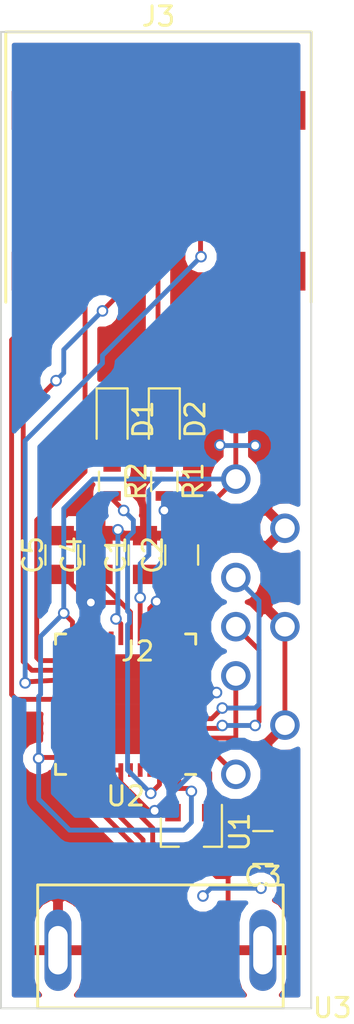
<source format=kicad_pcb>
(kicad_pcb (version 4) (host pcbnew 4.0.7-e2-6376~58~ubuntu16.04.1)

  (general
    (links 56)
    (no_connects 0)
    (area 152.999999 85.249999 169.150001 135.750001)
    (thickness 1.6)
    (drawings 4)
    (tracks 209)
    (zones 0)
    (modules 14)
    (nets 42)
  )

  (page A4)
  (layers
    (0 F.Cu signal)
    (31 B.Cu signal)
    (32 B.Adhes user)
    (33 F.Adhes user)
    (34 B.Paste user)
    (35 F.Paste user)
    (36 B.SilkS user)
    (37 F.SilkS user)
    (38 B.Mask user)
    (39 F.Mask user)
    (40 Dwgs.User user)
    (41 Cmts.User user)
    (42 Eco1.User user)
    (43 Eco2.User user)
    (44 Edge.Cuts user)
    (45 Margin user)
    (46 B.CrtYd user)
    (47 F.CrtYd user)
    (48 B.Fab user)
    (49 F.Fab user)
  )

  (setup
    (last_trace_width 0.25)
    (trace_clearance 0.2)
    (zone_clearance 0.508)
    (zone_45_only no)
    (trace_min 0.1525)
    (segment_width 0.2)
    (edge_width 0.1)
    (via_size 0.6)
    (via_drill 0.4)
    (via_min_size 0.585)
    (via_min_drill 0.38)
    (uvia_size 0.3)
    (uvia_drill 0.1)
    (uvias_allowed no)
    (uvia_min_size 0.2)
    (uvia_min_drill 0.1)
    (pcb_text_width 0.3)
    (pcb_text_size 1.5 1.5)
    (mod_edge_width 0.15)
    (mod_text_size 1 1)
    (mod_text_width 0.15)
    (pad_size 1.5 1.5)
    (pad_drill 0.6)
    (pad_to_mask_clearance 0)
    (aux_axis_origin 0 0)
    (visible_elements FFFFFF7F)
    (pcbplotparams
      (layerselection 0x00030_80000001)
      (usegerberextensions false)
      (excludeedgelayer true)
      (linewidth 0.100000)
      (plotframeref false)
      (viasonmask false)
      (mode 1)
      (useauxorigin false)
      (hpglpennumber 1)
      (hpglpenspeed 20)
      (hpglpendiameter 15)
      (hpglpenoverlay 2)
      (psnegative false)
      (psa4output false)
      (plotreference true)
      (plotvalue true)
      (plotinvisibletext false)
      (padsonsilk false)
      (subtractmaskfromsilk false)
      (outputformat 1)
      (mirror false)
      (drillshape 1)
      (scaleselection 1)
      (outputdirectory ""))
  )

  (net 0 "")
  (net 1 /3V3)
  (net 2 GND)
  (net 3 /VBUS)
  (net 4 /1V8)
  (net 5 "Net-(D1-Pad2)")
  (net 6 "Net-(D2-Pad2)")
  (net 7 "Net-(J2-Pad13)")
  (net 8 "Net-(J2-Pad9)")
  (net 9 "Net-(J2-Pad7)")
  (net 10 "Net-(J2-Pad5)")
  (net 11 "Net-(J3-Pad1)")
  (net 12 "Net-(J3-Pad2)")
  (net 13 "Net-(J3-Pad3)")
  (net 14 "Net-(J3-Pad5)")
  (net 15 "Net-(J3-Pad7)")
  (net 16 "Net-(J3-Pad8)")
  (net 17 "Net-(R1-Pad2)")
  (net 18 "Net-(U2-Pad7)")
  (net 19 "Net-(U2-Pad8)")
  (net 20 "Net-(U2-Pad9)")
  (net 21 "Net-(U2-Pad10)")
  (net 22 "Net-(U2-Pad11)")
  (net 23 "Net-(U2-Pad12)")
  (net 24 "Net-(U2-Pad13)")
  (net 25 "Net-(U2-Pad20)")
  (net 26 "Net-(U2-Pad21)")
  (net 27 "Net-(U2-Pad22)")
  (net 28 "Net-(U2-Pad23)")
  (net 29 "Net-(U2-Pad25)")
  (net 30 "Net-(U2-Pad29)")
  (net 31 "Net-(U2-Pad31)")
  (net 32 "Net-(U2-Pad32)")
  (net 33 "Net-(U2-Pad33)")
  (net 34 "Net-(U2-Pad34)")
  (net 35 "Net-(U2-Pad35)")
  (net 36 "Net-(U2-Pad38)")
  (net 37 "Net-(U2-Pad39)")
  (net 38 "Net-(U2-Pad43)")
  (net 39 "Net-(U2-Pad44)")
  (net 40 "Net-(U2-Pad45)")
  (net 41 "Net-(U2-Pad47)")

  (net_class Default "This is the default net class."
    (clearance 0.2)
    (trace_width 0.25)
    (via_dia 0.6)
    (via_drill 0.4)
    (uvia_dia 0.3)
    (uvia_drill 0.1)
    (add_net /1V8)
    (add_net /3V3)
    (add_net /VBUS)
    (add_net GND)
    (add_net "Net-(D1-Pad2)")
    (add_net "Net-(D2-Pad2)")
    (add_net "Net-(J2-Pad13)")
    (add_net "Net-(J2-Pad5)")
    (add_net "Net-(J2-Pad7)")
    (add_net "Net-(J2-Pad9)")
    (add_net "Net-(J3-Pad1)")
    (add_net "Net-(J3-Pad2)")
    (add_net "Net-(J3-Pad3)")
    (add_net "Net-(J3-Pad5)")
    (add_net "Net-(J3-Pad7)")
    (add_net "Net-(J3-Pad8)")
    (add_net "Net-(R1-Pad2)")
    (add_net "Net-(U2-Pad10)")
    (add_net "Net-(U2-Pad11)")
    (add_net "Net-(U2-Pad12)")
    (add_net "Net-(U2-Pad13)")
    (add_net "Net-(U2-Pad20)")
    (add_net "Net-(U2-Pad21)")
    (add_net "Net-(U2-Pad22)")
    (add_net "Net-(U2-Pad23)")
    (add_net "Net-(U2-Pad25)")
    (add_net "Net-(U2-Pad29)")
    (add_net "Net-(U2-Pad31)")
    (add_net "Net-(U2-Pad32)")
    (add_net "Net-(U2-Pad33)")
    (add_net "Net-(U2-Pad34)")
    (add_net "Net-(U2-Pad35)")
    (add_net "Net-(U2-Pad38)")
    (add_net "Net-(U2-Pad39)")
    (add_net "Net-(U2-Pad43)")
    (add_net "Net-(U2-Pad44)")
    (add_net "Net-(U2-Pad45)")
    (add_net "Net-(U2-Pad47)")
    (add_net "Net-(U2-Pad7)")
    (add_net "Net-(U2-Pad8)")
    (add_net "Net-(U2-Pad9)")
  )

  (module Capacitors_SMD:C_0805 (layer F.Cu) (tedit 58AA8463) (tstamp 5A0EF67C)
    (at 160.5 112.3 90)
    (descr "Capacitor SMD 0805, reflow soldering, AVX (see smccp.pdf)")
    (tags "capacitor 0805")
    (path /59FFFA0E)
    (attr smd)
    (fp_text reference C1 (at 0 -1.5 90) (layer F.SilkS)
      (effects (font (size 1 1) (thickness 0.15)))
    )
    (fp_text value C (at 0 1.75 90) (layer F.Fab)
      (effects (font (size 1 1) (thickness 0.15)))
    )
    (fp_text user %R (at 0 -1.5 90) (layer F.Fab)
      (effects (font (size 1 1) (thickness 0.15)))
    )
    (fp_line (start -1 0.62) (end -1 -0.62) (layer F.Fab) (width 0.1))
    (fp_line (start 1 0.62) (end -1 0.62) (layer F.Fab) (width 0.1))
    (fp_line (start 1 -0.62) (end 1 0.62) (layer F.Fab) (width 0.1))
    (fp_line (start -1 -0.62) (end 1 -0.62) (layer F.Fab) (width 0.1))
    (fp_line (start 0.5 -0.85) (end -0.5 -0.85) (layer F.SilkS) (width 0.12))
    (fp_line (start -0.5 0.85) (end 0.5 0.85) (layer F.SilkS) (width 0.12))
    (fp_line (start -1.75 -0.88) (end 1.75 -0.88) (layer F.CrtYd) (width 0.05))
    (fp_line (start -1.75 -0.88) (end -1.75 0.87) (layer F.CrtYd) (width 0.05))
    (fp_line (start 1.75 0.87) (end 1.75 -0.88) (layer F.CrtYd) (width 0.05))
    (fp_line (start 1.75 0.87) (end -1.75 0.87) (layer F.CrtYd) (width 0.05))
    (pad 1 smd rect (at -1 0 90) (size 1 1.25) (layers F.Cu F.Paste F.Mask)
      (net 1 /3V3))
    (pad 2 smd rect (at 1 0 90) (size 1 1.25) (layers F.Cu F.Paste F.Mask)
      (net 2 GND))
    (model Capacitors_SMD.3dshapes/C_0805.wrl
      (at (xyz 0 0 0))
      (scale (xyz 1 1 1))
      (rotate (xyz 0 0 0))
    )
  )

  (module Capacitors_SMD:C_0805 (layer F.Cu) (tedit 58AA8463) (tstamp 5A0EF682)
    (at 162.4 112.3 90)
    (descr "Capacitor SMD 0805, reflow soldering, AVX (see smccp.pdf)")
    (tags "capacitor 0805")
    (path /59FFF9A1)
    (attr smd)
    (fp_text reference C2 (at 0 -1.5 90) (layer F.SilkS)
      (effects (font (size 1 1) (thickness 0.15)))
    )
    (fp_text value C (at 0 1.75 90) (layer F.Fab)
      (effects (font (size 1 1) (thickness 0.15)))
    )
    (fp_text user %R (at 0 -1.5 90) (layer F.Fab)
      (effects (font (size 1 1) (thickness 0.15)))
    )
    (fp_line (start -1 0.62) (end -1 -0.62) (layer F.Fab) (width 0.1))
    (fp_line (start 1 0.62) (end -1 0.62) (layer F.Fab) (width 0.1))
    (fp_line (start 1 -0.62) (end 1 0.62) (layer F.Fab) (width 0.1))
    (fp_line (start -1 -0.62) (end 1 -0.62) (layer F.Fab) (width 0.1))
    (fp_line (start 0.5 -0.85) (end -0.5 -0.85) (layer F.SilkS) (width 0.12))
    (fp_line (start -0.5 0.85) (end 0.5 0.85) (layer F.SilkS) (width 0.12))
    (fp_line (start -1.75 -0.88) (end 1.75 -0.88) (layer F.CrtYd) (width 0.05))
    (fp_line (start -1.75 -0.88) (end -1.75 0.87) (layer F.CrtYd) (width 0.05))
    (fp_line (start 1.75 0.87) (end 1.75 -0.88) (layer F.CrtYd) (width 0.05))
    (fp_line (start 1.75 0.87) (end -1.75 0.87) (layer F.CrtYd) (width 0.05))
    (pad 1 smd rect (at -1 0 90) (size 1 1.25) (layers F.Cu F.Paste F.Mask)
      (net 1 /3V3))
    (pad 2 smd rect (at 1 0 90) (size 1 1.25) (layers F.Cu F.Paste F.Mask)
      (net 2 GND))
    (model Capacitors_SMD.3dshapes/C_0805.wrl
      (at (xyz 0 0 0))
      (scale (xyz 1 1 1))
      (rotate (xyz 0 0 0))
    )
  )

  (module Capacitors_SMD:C_0805 (layer F.Cu) (tedit 58AA8463) (tstamp 5A0EF688)
    (at 166.6 127.4 180)
    (descr "Capacitor SMD 0805, reflow soldering, AVX (see smccp.pdf)")
    (tags "capacitor 0805")
    (path /5A00202E)
    (attr smd)
    (fp_text reference C3 (at 0 -1.5 180) (layer F.SilkS)
      (effects (font (size 1 1) (thickness 0.15)))
    )
    (fp_text value C (at 0 1.75 180) (layer F.Fab)
      (effects (font (size 1 1) (thickness 0.15)))
    )
    (fp_text user %R (at 0 -1.5 180) (layer F.Fab)
      (effects (font (size 1 1) (thickness 0.15)))
    )
    (fp_line (start -1 0.62) (end -1 -0.62) (layer F.Fab) (width 0.1))
    (fp_line (start 1 0.62) (end -1 0.62) (layer F.Fab) (width 0.1))
    (fp_line (start 1 -0.62) (end 1 0.62) (layer F.Fab) (width 0.1))
    (fp_line (start -1 -0.62) (end 1 -0.62) (layer F.Fab) (width 0.1))
    (fp_line (start 0.5 -0.85) (end -0.5 -0.85) (layer F.SilkS) (width 0.12))
    (fp_line (start -0.5 0.85) (end 0.5 0.85) (layer F.SilkS) (width 0.12))
    (fp_line (start -1.75 -0.88) (end 1.75 -0.88) (layer F.CrtYd) (width 0.05))
    (fp_line (start -1.75 -0.88) (end -1.75 0.87) (layer F.CrtYd) (width 0.05))
    (fp_line (start 1.75 0.87) (end 1.75 -0.88) (layer F.CrtYd) (width 0.05))
    (fp_line (start 1.75 0.87) (end -1.75 0.87) (layer F.CrtYd) (width 0.05))
    (pad 1 smd rect (at -1 0 180) (size 1 1.25) (layers F.Cu F.Paste F.Mask)
      (net 2 GND))
    (pad 2 smd rect (at 1 0 180) (size 1 1.25) (layers F.Cu F.Paste F.Mask)
      (net 3 /VBUS))
    (model Capacitors_SMD.3dshapes/C_0805.wrl
      (at (xyz 0 0 0))
      (scale (xyz 1 1 1))
      (rotate (xyz 0 0 0))
    )
  )

  (module Capacitors_SMD:C_0805 (layer F.Cu) (tedit 58AA8463) (tstamp 5A0EF68E)
    (at 158.2 112.3 90)
    (descr "Capacitor SMD 0805, reflow soldering, AVX (see smccp.pdf)")
    (tags "capacitor 0805")
    (path /59FFFB6D)
    (attr smd)
    (fp_text reference C4 (at 0 -1.5 90) (layer F.SilkS)
      (effects (font (size 1 1) (thickness 0.15)))
    )
    (fp_text value C (at 0 1.75 90) (layer F.Fab)
      (effects (font (size 1 1) (thickness 0.15)))
    )
    (fp_text user %R (at 0 -1.5 90) (layer F.Fab)
      (effects (font (size 1 1) (thickness 0.15)))
    )
    (fp_line (start -1 0.62) (end -1 -0.62) (layer F.Fab) (width 0.1))
    (fp_line (start 1 0.62) (end -1 0.62) (layer F.Fab) (width 0.1))
    (fp_line (start 1 -0.62) (end 1 0.62) (layer F.Fab) (width 0.1))
    (fp_line (start -1 -0.62) (end 1 -0.62) (layer F.Fab) (width 0.1))
    (fp_line (start 0.5 -0.85) (end -0.5 -0.85) (layer F.SilkS) (width 0.12))
    (fp_line (start -0.5 0.85) (end 0.5 0.85) (layer F.SilkS) (width 0.12))
    (fp_line (start -1.75 -0.88) (end 1.75 -0.88) (layer F.CrtYd) (width 0.05))
    (fp_line (start -1.75 -0.88) (end -1.75 0.87) (layer F.CrtYd) (width 0.05))
    (fp_line (start 1.75 0.87) (end 1.75 -0.88) (layer F.CrtYd) (width 0.05))
    (fp_line (start 1.75 0.87) (end -1.75 0.87) (layer F.CrtYd) (width 0.05))
    (pad 1 smd rect (at -1 0 90) (size 1 1.25) (layers F.Cu F.Paste F.Mask)
      (net 4 /1V8))
    (pad 2 smd rect (at 1 0 90) (size 1 1.25) (layers F.Cu F.Paste F.Mask)
      (net 2 GND))
    (model Capacitors_SMD.3dshapes/C_0805.wrl
      (at (xyz 0 0 0))
      (scale (xyz 1 1 1))
      (rotate (xyz 0 0 0))
    )
  )

  (module Capacitors_SMD:C_0805 (layer F.Cu) (tedit 58AA8463) (tstamp 5A0EF694)
    (at 156.2 112.3 90)
    (descr "Capacitor SMD 0805, reflow soldering, AVX (see smccp.pdf)")
    (tags "capacitor 0805")
    (path /59FFFBD3)
    (attr smd)
    (fp_text reference C5 (at 0 -1.5 90) (layer F.SilkS)
      (effects (font (size 1 1) (thickness 0.15)))
    )
    (fp_text value C (at 0 1.75 90) (layer F.Fab)
      (effects (font (size 1 1) (thickness 0.15)))
    )
    (fp_text user %R (at 0 -1.5 90) (layer F.Fab)
      (effects (font (size 1 1) (thickness 0.15)))
    )
    (fp_line (start -1 0.62) (end -1 -0.62) (layer F.Fab) (width 0.1))
    (fp_line (start 1 0.62) (end -1 0.62) (layer F.Fab) (width 0.1))
    (fp_line (start 1 -0.62) (end 1 0.62) (layer F.Fab) (width 0.1))
    (fp_line (start -1 -0.62) (end 1 -0.62) (layer F.Fab) (width 0.1))
    (fp_line (start 0.5 -0.85) (end -0.5 -0.85) (layer F.SilkS) (width 0.12))
    (fp_line (start -0.5 0.85) (end 0.5 0.85) (layer F.SilkS) (width 0.12))
    (fp_line (start -1.75 -0.88) (end 1.75 -0.88) (layer F.CrtYd) (width 0.05))
    (fp_line (start -1.75 -0.88) (end -1.75 0.87) (layer F.CrtYd) (width 0.05))
    (fp_line (start 1.75 0.87) (end 1.75 -0.88) (layer F.CrtYd) (width 0.05))
    (fp_line (start 1.75 0.87) (end -1.75 0.87) (layer F.CrtYd) (width 0.05))
    (pad 1 smd rect (at -1 0 90) (size 1 1.25) (layers F.Cu F.Paste F.Mask)
      (net 4 /1V8))
    (pad 2 smd rect (at 1 0 90) (size 1 1.25) (layers F.Cu F.Paste F.Mask)
      (net 2 GND))
    (model Capacitors_SMD.3dshapes/C_0805.wrl
      (at (xyz 0 0 0))
      (scale (xyz 1 1 1))
      (rotate (xyz 0 0 0))
    )
  )

  (module Diodes_SMD:D_0805 (layer F.Cu) (tedit 5A0EFD32) (tstamp 5A0EF69A)
    (at 158.8 105.3 270)
    (descr "Diode SMD in 0805 package http://datasheets.avx.com/schottky.pdf")
    (tags "smd diode")
    (path /5A001BC0)
    (attr smd)
    (fp_text reference D1 (at 0 -1.6 270) (layer F.SilkS)
      (effects (font (size 1 1) (thickness 0.15)))
    )
    (fp_text value LED (at 0 1.7 270) (layer F.Fab) hide
      (effects (font (size 1 1) (thickness 0.15)))
    )
    (fp_text user %R (at 0 -1.6 270) (layer F.Fab)
      (effects (font (size 1 1) (thickness 0.15)))
    )
    (fp_line (start -1.6 -0.8) (end -1.6 0.8) (layer F.SilkS) (width 0.12))
    (fp_line (start -1.7 0.88) (end -1.7 -0.88) (layer F.CrtYd) (width 0.05))
    (fp_line (start 1.7 0.88) (end -1.7 0.88) (layer F.CrtYd) (width 0.05))
    (fp_line (start 1.7 -0.88) (end 1.7 0.88) (layer F.CrtYd) (width 0.05))
    (fp_line (start -1.7 -0.88) (end 1.7 -0.88) (layer F.CrtYd) (width 0.05))
    (fp_line (start 0.2 0) (end 0.4 0) (layer F.Fab) (width 0.1))
    (fp_line (start -0.1 0) (end -0.3 0) (layer F.Fab) (width 0.1))
    (fp_line (start -0.1 -0.2) (end -0.1 0.2) (layer F.Fab) (width 0.1))
    (fp_line (start 0.2 0.2) (end 0.2 -0.2) (layer F.Fab) (width 0.1))
    (fp_line (start -0.1 0) (end 0.2 0.2) (layer F.Fab) (width 0.1))
    (fp_line (start 0.2 -0.2) (end -0.1 0) (layer F.Fab) (width 0.1))
    (fp_line (start -1 0.65) (end -1 -0.65) (layer F.Fab) (width 0.1))
    (fp_line (start 1 0.65) (end -1 0.65) (layer F.Fab) (width 0.1))
    (fp_line (start 1 -0.65) (end 1 0.65) (layer F.Fab) (width 0.1))
    (fp_line (start -1 -0.65) (end 1 -0.65) (layer F.Fab) (width 0.1))
    (fp_line (start -1.6 0.8) (end 1 0.8) (layer F.SilkS) (width 0.12))
    (fp_line (start -1.6 -0.8) (end 1 -0.8) (layer F.SilkS) (width 0.12))
    (pad 1 smd rect (at -1.05 0 270) (size 0.8 0.9) (layers F.Cu F.Paste F.Mask)
      (net 2 GND))
    (pad 2 smd rect (at 1.05 0 270) (size 0.8 0.9) (layers F.Cu F.Paste F.Mask)
      (net 5 "Net-(D1-Pad2)"))
    (model ${KISYS3DMOD}/Diodes_SMD.3dshapes/D_0805.wrl
      (at (xyz 0 0 0))
      (scale (xyz 1 1 1))
      (rotate (xyz 0 0 0))
    )
  )

  (module Diodes_SMD:D_0805 (layer F.Cu) (tedit 5A0EFD2F) (tstamp 5A0EF6A0)
    (at 161.5 105.3 270)
    (descr "Diode SMD in 0805 package http://datasheets.avx.com/schottky.pdf")
    (tags "smd diode")
    (path /5A0015EA)
    (attr smd)
    (fp_text reference D2 (at 0 -1.6 270) (layer F.SilkS)
      (effects (font (size 1 1) (thickness 0.15)))
    )
    (fp_text value LED (at 0 1.7 270) (layer F.Fab) hide
      (effects (font (size 1 1) (thickness 0.15)))
    )
    (fp_text user %R (at 0 -1.6 270) (layer F.Fab)
      (effects (font (size 1 1) (thickness 0.15)))
    )
    (fp_line (start -1.6 -0.8) (end -1.6 0.8) (layer F.SilkS) (width 0.12))
    (fp_line (start -1.7 0.88) (end -1.7 -0.88) (layer F.CrtYd) (width 0.05))
    (fp_line (start 1.7 0.88) (end -1.7 0.88) (layer F.CrtYd) (width 0.05))
    (fp_line (start 1.7 -0.88) (end 1.7 0.88) (layer F.CrtYd) (width 0.05))
    (fp_line (start -1.7 -0.88) (end 1.7 -0.88) (layer F.CrtYd) (width 0.05))
    (fp_line (start 0.2 0) (end 0.4 0) (layer F.Fab) (width 0.1))
    (fp_line (start -0.1 0) (end -0.3 0) (layer F.Fab) (width 0.1))
    (fp_line (start -0.1 -0.2) (end -0.1 0.2) (layer F.Fab) (width 0.1))
    (fp_line (start 0.2 0.2) (end 0.2 -0.2) (layer F.Fab) (width 0.1))
    (fp_line (start -0.1 0) (end 0.2 0.2) (layer F.Fab) (width 0.1))
    (fp_line (start 0.2 -0.2) (end -0.1 0) (layer F.Fab) (width 0.1))
    (fp_line (start -1 0.65) (end -1 -0.65) (layer F.Fab) (width 0.1))
    (fp_line (start 1 0.65) (end -1 0.65) (layer F.Fab) (width 0.1))
    (fp_line (start 1 -0.65) (end 1 0.65) (layer F.Fab) (width 0.1))
    (fp_line (start -1 -0.65) (end 1 -0.65) (layer F.Fab) (width 0.1))
    (fp_line (start -1.6 0.8) (end 1 0.8) (layer F.SilkS) (width 0.12))
    (fp_line (start -1.6 -0.8) (end 1 -0.8) (layer F.SilkS) (width 0.12))
    (pad 1 smd rect (at -1.05 0 270) (size 0.8 0.9) (layers F.Cu F.Paste F.Mask)
      (net 2 GND))
    (pad 2 smd rect (at 1.05 0 270) (size 0.8 0.9) (layers F.Cu F.Paste F.Mask)
      (net 6 "Net-(D2-Pad2)"))
    (model ${KISYS3DMOD}/Diodes_SMD.3dshapes/D_0805.wrl
      (at (xyz 0 0 0))
      (scale (xyz 1 1 1))
      (rotate (xyz 0 0 0))
    )
  )

  (module openDucky:JTAG (layer F.Cu) (tedit 5A0EF7E9) (tstamp 5A0EF6AC)
    (at 165.2 116)
    (path /5A0EADED)
    (fp_text reference J2 (at -5.08 1.27) (layer F.SilkS)
      (effects (font (size 1 1) (thickness 0.15)))
    )
    (fp_text value Conn_02x07_Odd_Even (at -5.08 -2.54) (layer F.Fab) hide
      (effects (font (size 1 1) (thickness 0.15)))
    )
    (pad 8 thru_hole circle (at 2.54 0) (size 1.524 1.524) (drill 1.016) (layers *.Cu *.Mask)
      (net 2 GND))
    (pad 12 thru_hole circle (at 2.54 5.08) (size 1.524 1.524) (drill 1.016) (layers *.Cu *.Mask)
      (net 2 GND))
    (pad 4 thru_hole circle (at 2.54 -5.08) (size 1.524 1.524) (drill 1.016) (layers *.Cu *.Mask)
      (net 2 GND))
    (pad 1 thru_hole circle (at 0 -7.62) (size 1.524 1.524) (drill 1.016) (layers *.Cu *.Mask)
      (net 1 /3V3))
    (pad 13 thru_hole circle (at 0 7.62) (size 1.524 1.524) (drill 1.016) (layers *.Cu *.Mask)
      (net 7 "Net-(J2-Pad13)"))
    (pad 9 thru_hole circle (at 0 2.54) (size 1.524 1.524) (drill 1.016) (layers *.Cu *.Mask)
      (net 8 "Net-(J2-Pad9)"))
    (pad 7 thru_hole circle (at 0 0) (size 1.524 1.524) (drill 1.016) (layers *.Cu *.Mask)
      (net 9 "Net-(J2-Pad7)"))
    (pad 5 thru_hole circle (at 0 -2.54) (size 1.524 1.524) (drill 1.016) (layers *.Cu *.Mask)
      (net 10 "Net-(J2-Pad5)"))
  )

  (module Connectors_Card:MicroSd_Wurth_693072010801 (layer F.Cu) (tedit 5A0EFD27) (tstamp 5A0EF6BC)
    (at 161.2 93.5)
    (descr "Wurth Elektronik MicroSD Card Holder with Lid 693072010801 http://katalog.we-online.de/em/datasheet/693072010801.pdf")
    (tags "socket slot microsd sdcard card")
    (path /5A000904)
    (attr smd)
    (fp_text reference J3 (at 0 -9) (layer F.SilkS)
      (effects (font (size 1 1) (thickness 0.15)))
    )
    (fp_text value Micro_SD_Card (at 0 8.6) (layer F.Fab) hide
      (effects (font (size 1 1) (thickness 0.15)))
    )
    (fp_arc (start -5 6.7) (end -5 7.2) (angle 90) (layer F.Fab) (width 0.15))
    (fp_line (start -5.5 6.7) (end -5.5 5) (layer F.Fab) (width 0.15))
    (fp_line (start 5.5 6.7) (end 5.5 5) (layer F.Fab) (width 0.15))
    (fp_line (start 5 7.2) (end -5 7.2) (layer F.Fab) (width 0.15))
    (fp_line (start 8.05 7.35) (end -8.05 7.35) (layer F.CrtYd) (width 0.05))
    (fp_line (start 8.05 -8.35) (end 8.05 7.35) (layer F.CrtYd) (width 0.05))
    (fp_line (start -8.05 -8.35) (end 8.05 -8.35) (layer F.CrtYd) (width 0.05))
    (fp_line (start -8.05 7.35) (end -8.05 -8.35) (layer F.CrtYd) (width 0.05))
    (fp_line (start 0.8 -1.15) (end -0.8 -1.15) (layer F.Fab) (width 0.15))
    (fp_line (start 0.8 -3.15) (end 0.8 -1.15) (layer F.Fab) (width 0.15))
    (fp_line (start 1.4 -3.15) (end 0.8 -3.15) (layer F.Fab) (width 0.15))
    (fp_line (start 0 -4.55) (end 1.4 -3.15) (layer F.Fab) (width 0.15))
    (fp_line (start -1.4 -3.15) (end 0 -4.55) (layer F.Fab) (width 0.15))
    (fp_line (start -0.8 -3.15) (end -1.4 -3.15) (layer F.Fab) (width 0.15))
    (fp_line (start -0.8 -1.15) (end -0.8 -3.15) (layer F.Fab) (width 0.15))
    (fp_line (start -7.9 -8.2) (end -7.9 5.75) (layer F.SilkS) (width 0.15))
    (fp_line (start 7.9 -8.2) (end -7.9 -8.2) (layer F.SilkS) (width 0.15))
    (fp_line (start 7.9 5.75) (end 7.9 -8.2) (layer F.SilkS) (width 0.15))
    (fp_line (start -6.875 5.7) (end -6.875 5.35) (layer F.Fab) (width 0.15))
    (fp_line (start -5.875 5.7) (end -6.875 5.7) (layer F.Fab) (width 0.15))
    (fp_line (start -5.875 4.75) (end -5.875 5.7) (layer F.Fab) (width 0.15))
    (fp_line (start 5.875 4.75) (end -5.875 4.75) (layer F.Fab) (width 0.15))
    (fp_line (start 5.875 5.7) (end 5.875 4.75) (layer F.Fab) (width 0.15))
    (fp_line (start 6.875 5.7) (end 5.875 5.7) (layer F.Fab) (width 0.15))
    (fp_line (start 6.875 5.35) (end 6.875 5.7) (layer F.Fab) (width 0.15))
    (fp_line (start -6.875 -2.85) (end -6.875 2.95) (layer F.Fab) (width 0.15))
    (fp_line (start 6.875 -2.85) (end 6.875 2.95) (layer F.Fab) (width 0.15))
    (fp_line (start -6.875 -8) (end -6.875 -5.45) (layer F.Fab) (width 0.15))
    (fp_line (start 6.875 -8) (end -6.875 -8) (layer F.Fab) (width 0.15))
    (fp_line (start 6.875 -5.45) (end 6.875 -8) (layer F.Fab) (width 0.15))
    (fp_arc (start 5 6.7) (end 5.5 6.7) (angle 90) (layer F.Fab) (width 0.15))
    (fp_text user %R (at 0.05 0) (layer F.Fab)
      (effects (font (size 1 1) (thickness 0.15)))
    )
    (pad 1 smd rect (at 3.275 1.55) (size 0.8 1.5) (layers F.Cu F.Paste F.Mask)
      (net 11 "Net-(J3-Pad1)"))
    (pad 2 smd rect (at 2.175 1.55) (size 0.8 1.5) (layers F.Cu F.Paste F.Mask)
      (net 12 "Net-(J3-Pad2)"))
    (pad 3 smd rect (at 1.075 1.55) (size 0.8 1.5) (layers F.Cu F.Paste F.Mask)
      (net 13 "Net-(J3-Pad3)"))
    (pad 4 smd rect (at -0.025 1.55) (size 0.8 1.5) (layers F.Cu F.Paste F.Mask)
      (net 1 /3V3))
    (pad 5 smd rect (at -1.125 1.55) (size 0.8 1.5) (layers F.Cu F.Paste F.Mask)
      (net 14 "Net-(J3-Pad5)"))
    (pad 6 smd rect (at -2.225 1.55) (size 0.8 1.5) (layers F.Cu F.Paste F.Mask)
      (net 2 GND))
    (pad 7 smd rect (at -3.325 1.55) (size 0.8 1.5) (layers F.Cu F.Paste F.Mask)
      (net 15 "Net-(J3-Pad7)"))
    (pad 8 smd rect (at -4.425 1.55) (size 0.8 1.5) (layers F.Cu F.Paste F.Mask)
      (net 16 "Net-(J3-Pad8)"))
    (pad 9 smd rect (at 6.875 -4.15) (size 1.45 2) (layers F.Cu F.Paste F.Mask)
      (net 2 GND))
    (pad 9 smd rect (at 6.875 4.15) (size 1.45 2) (layers F.Cu F.Paste F.Mask)
      (net 2 GND))
    (pad 9 smd rect (at -6.875 -4.15) (size 1.45 2) (layers F.Cu F.Paste F.Mask)
      (net 2 GND))
    (pad 9 smd rect (at -6.875 4.15) (size 1.45 2) (layers F.Cu F.Paste F.Mask)
      (net 2 GND))
    (model ${KISYS3DMOD}/Connectors_Card.3dshapes/MicroSd_Wurth_693072010801.wrl
      (at (xyz 0 0 0))
      (scale (xyz 1 1 1))
      (rotate (xyz 0 0 0))
    )
  )

  (module Resistors_SMD:R_0603 (layer F.Cu) (tedit 5A0EFD3D) (tstamp 5A0EF6C2)
    (at 158.8 108.5 270)
    (descr "Resistor SMD 0603, reflow soldering, Vishay (see dcrcw.pdf)")
    (tags "resistor 0603")
    (path /5A001B33)
    (attr smd)
    (fp_text reference R1 (at 0 -4.2 270) (layer F.SilkS)
      (effects (font (size 1 1) (thickness 0.15)))
    )
    (fp_text value R (at 0 1.5 270) (layer F.Fab) hide
      (effects (font (size 1 1) (thickness 0.15)))
    )
    (fp_text user %R (at 0 0 270) (layer F.Fab)
      (effects (font (size 0.4 0.4) (thickness 0.075)))
    )
    (fp_line (start -0.8 0.4) (end -0.8 -0.4) (layer F.Fab) (width 0.1))
    (fp_line (start 0.8 0.4) (end -0.8 0.4) (layer F.Fab) (width 0.1))
    (fp_line (start 0.8 -0.4) (end 0.8 0.4) (layer F.Fab) (width 0.1))
    (fp_line (start -0.8 -0.4) (end 0.8 -0.4) (layer F.Fab) (width 0.1))
    (fp_line (start 0.5 0.68) (end -0.5 0.68) (layer F.SilkS) (width 0.12))
    (fp_line (start -0.5 -0.68) (end 0.5 -0.68) (layer F.SilkS) (width 0.12))
    (fp_line (start -1.25 -0.7) (end 1.25 -0.7) (layer F.CrtYd) (width 0.05))
    (fp_line (start -1.25 -0.7) (end -1.25 0.7) (layer F.CrtYd) (width 0.05))
    (fp_line (start 1.25 0.7) (end 1.25 -0.7) (layer F.CrtYd) (width 0.05))
    (fp_line (start 1.25 0.7) (end -1.25 0.7) (layer F.CrtYd) (width 0.05))
    (pad 1 smd rect (at -0.75 0 270) (size 0.5 0.9) (layers F.Cu F.Paste F.Mask)
      (net 5 "Net-(D1-Pad2)"))
    (pad 2 smd rect (at 0.75 0 270) (size 0.5 0.9) (layers F.Cu F.Paste F.Mask)
      (net 17 "Net-(R1-Pad2)"))
    (model ${KISYS3DMOD}/Resistors_SMD.3dshapes/R_0603.wrl
      (at (xyz 0 0 0))
      (scale (xyz 1 1 1))
      (rotate (xyz 0 0 0))
    )
  )

  (module Resistors_SMD:R_0603 (layer F.Cu) (tedit 5A0EFD35) (tstamp 5A0EF6C8)
    (at 161.5 108.5 90)
    (descr "Resistor SMD 0603, reflow soldering, Vishay (see dcrcw.pdf)")
    (tags "resistor 0603")
    (path /5A0015B3)
    (attr smd)
    (fp_text reference R2 (at 0 -1.45 90) (layer F.SilkS)
      (effects (font (size 1 1) (thickness 0.15)))
    )
    (fp_text value R (at 0 1.5 90) (layer F.Fab) hide
      (effects (font (size 1 1) (thickness 0.15)))
    )
    (fp_text user %R (at 0 0 90) (layer F.Fab)
      (effects (font (size 0.4 0.4) (thickness 0.075)))
    )
    (fp_line (start -0.8 0.4) (end -0.8 -0.4) (layer F.Fab) (width 0.1))
    (fp_line (start 0.8 0.4) (end -0.8 0.4) (layer F.Fab) (width 0.1))
    (fp_line (start 0.8 -0.4) (end 0.8 0.4) (layer F.Fab) (width 0.1))
    (fp_line (start -0.8 -0.4) (end 0.8 -0.4) (layer F.Fab) (width 0.1))
    (fp_line (start 0.5 0.68) (end -0.5 0.68) (layer F.SilkS) (width 0.12))
    (fp_line (start -0.5 -0.68) (end 0.5 -0.68) (layer F.SilkS) (width 0.12))
    (fp_line (start -1.25 -0.7) (end 1.25 -0.7) (layer F.CrtYd) (width 0.05))
    (fp_line (start -1.25 -0.7) (end -1.25 0.7) (layer F.CrtYd) (width 0.05))
    (fp_line (start 1.25 0.7) (end 1.25 -0.7) (layer F.CrtYd) (width 0.05))
    (fp_line (start 1.25 0.7) (end -1.25 0.7) (layer F.CrtYd) (width 0.05))
    (pad 1 smd rect (at -0.75 0 90) (size 0.5 0.9) (layers F.Cu F.Paste F.Mask)
      (net 4 /1V8))
    (pad 2 smd rect (at 0.75 0 90) (size 0.5 0.9) (layers F.Cu F.Paste F.Mask)
      (net 6 "Net-(D2-Pad2)"))
    (model ${KISYS3DMOD}/Resistors_SMD.3dshapes/R_0603.wrl
      (at (xyz 0 0 0))
      (scale (xyz 1 1 1))
      (rotate (xyz 0 0 0))
    )
  )

  (module TO_SOT_Packages_SMD:SOT-23 (layer F.Cu) (tedit 5A0EF7F4) (tstamp 5A0EF6CF)
    (at 162.9 126.6 270)
    (descr "SOT-23, Standard")
    (tags SOT-23)
    (path /59FFF5BD)
    (attr smd)
    (fp_text reference U1 (at 0 -2.5 270) (layer F.SilkS)
      (effects (font (size 1 1) (thickness 0.15)))
    )
    (fp_text value MCP1700-3302E_SOT23 (at 0 2.5 270) (layer F.Fab) hide
      (effects (font (size 1 1) (thickness 0.15)))
    )
    (fp_text user %R (at 0 0 360) (layer F.Fab)
      (effects (font (size 0.5 0.5) (thickness 0.075)))
    )
    (fp_line (start -0.7 -0.95) (end -0.7 1.5) (layer F.Fab) (width 0.1))
    (fp_line (start -0.15 -1.52) (end 0.7 -1.52) (layer F.Fab) (width 0.1))
    (fp_line (start -0.7 -0.95) (end -0.15 -1.52) (layer F.Fab) (width 0.1))
    (fp_line (start 0.7 -1.52) (end 0.7 1.52) (layer F.Fab) (width 0.1))
    (fp_line (start -0.7 1.52) (end 0.7 1.52) (layer F.Fab) (width 0.1))
    (fp_line (start 0.76 1.58) (end 0.76 0.65) (layer F.SilkS) (width 0.12))
    (fp_line (start 0.76 -1.58) (end 0.76 -0.65) (layer F.SilkS) (width 0.12))
    (fp_line (start -1.7 -1.75) (end 1.7 -1.75) (layer F.CrtYd) (width 0.05))
    (fp_line (start 1.7 -1.75) (end 1.7 1.75) (layer F.CrtYd) (width 0.05))
    (fp_line (start 1.7 1.75) (end -1.7 1.75) (layer F.CrtYd) (width 0.05))
    (fp_line (start -1.7 1.75) (end -1.7 -1.75) (layer F.CrtYd) (width 0.05))
    (fp_line (start 0.76 -1.58) (end -1.4 -1.58) (layer F.SilkS) (width 0.12))
    (fp_line (start 0.76 1.58) (end -0.7 1.58) (layer F.SilkS) (width 0.12))
    (pad 1 smd rect (at -1 -0.95 270) (size 0.9 0.8) (layers F.Cu F.Paste F.Mask)
      (net 2 GND))
    (pad 2 smd rect (at -1 0.95 270) (size 0.9 0.8) (layers F.Cu F.Paste F.Mask)
      (net 1 /3V3))
    (pad 3 smd rect (at 1 0 270) (size 0.9 0.8) (layers F.Cu F.Paste F.Mask)
      (net 3 /VBUS))
    (model ${KISYS3DMOD}/TO_SOT_Packages_SMD.3dshapes/SOT-23.wrl
      (at (xyz 0 0 0))
      (scale (xyz 1 1 1))
      (rotate (xyz 0 0 0))
    )
  )

  (module Housings_DFN_QFN:QFN-48-1EP_7x7mm_Pitch0.5mm (layer F.Cu) (tedit 5A0EF883) (tstamp 5A0EF713)
    (at 159.5 120 180)
    (descr "UK Package; 48-Lead Plastic QFN (7mm x 7mm); (see Linear Technology QFN_48_05-08-1704.pdf)")
    (tags "QFN 0.5")
    (path /59FFF508)
    (attr smd)
    (fp_text reference U2 (at 0 -4.75 180) (layer F.SilkS)
      (effects (font (size 1 1) (thickness 0.15)))
    )
    (fp_text value AT32UC3B1512 (at 0 4.75 180) (layer F.Fab) hide
      (effects (font (size 1 1) (thickness 0.15)))
    )
    (fp_line (start -2.5 -3.5) (end 3.5 -3.5) (layer F.Fab) (width 0.15))
    (fp_line (start 3.5 -3.5) (end 3.5 3.5) (layer F.Fab) (width 0.15))
    (fp_line (start 3.5 3.5) (end -3.5 3.5) (layer F.Fab) (width 0.15))
    (fp_line (start -3.5 3.5) (end -3.5 -2.5) (layer F.Fab) (width 0.15))
    (fp_line (start -3.5 -2.5) (end -2.5 -3.5) (layer F.Fab) (width 0.15))
    (fp_line (start -4 -4) (end -4 4) (layer F.CrtYd) (width 0.05))
    (fp_line (start 4 -4) (end 4 4) (layer F.CrtYd) (width 0.05))
    (fp_line (start -4 -4) (end 4 -4) (layer F.CrtYd) (width 0.05))
    (fp_line (start -4 4) (end 4 4) (layer F.CrtYd) (width 0.05))
    (fp_line (start 3.625 -3.625) (end 3.625 -3.1) (layer F.SilkS) (width 0.15))
    (fp_line (start -3.625 3.625) (end -3.625 3.1) (layer F.SilkS) (width 0.15))
    (fp_line (start 3.625 3.625) (end 3.625 3.1) (layer F.SilkS) (width 0.15))
    (fp_line (start -3.625 -3.625) (end -3.1 -3.625) (layer F.SilkS) (width 0.15))
    (fp_line (start -3.625 3.625) (end -3.1 3.625) (layer F.SilkS) (width 0.15))
    (fp_line (start 3.625 3.625) (end 3.1 3.625) (layer F.SilkS) (width 0.15))
    (fp_line (start 3.625 -3.625) (end 3.1 -3.625) (layer F.SilkS) (width 0.15))
    (pad 1 smd rect (at -3.4 -2.75 180) (size 0.7 0.25) (layers F.Cu F.Paste F.Mask)
      (net 2 GND))
    (pad 2 smd rect (at -3.4 -2.25 180) (size 0.7 0.25) (layers F.Cu F.Paste F.Mask)
      (net 7 "Net-(J2-Pad13)"))
    (pad 3 smd rect (at -3.4 -1.75 180) (size 0.7 0.25) (layers F.Cu F.Paste F.Mask)
      (net 8 "Net-(J2-Pad9)"))
    (pad 4 smd rect (at -3.4 -1.25 180) (size 0.7 0.25) (layers F.Cu F.Paste F.Mask)
      (net 9 "Net-(J2-Pad7)"))
    (pad 5 smd rect (at -3.4 -0.75 180) (size 0.7 0.25) (layers F.Cu F.Paste F.Mask)
      (net 10 "Net-(J2-Pad5)"))
    (pad 6 smd rect (at -3.4 -0.25 180) (size 0.7 0.25) (layers F.Cu F.Paste F.Mask)
      (net 4 /1V8))
    (pad 7 smd rect (at -3.4 0.25 180) (size 0.7 0.25) (layers F.Cu F.Paste F.Mask)
      (net 18 "Net-(U2-Pad7)"))
    (pad 8 smd rect (at -3.4 0.75 180) (size 0.7 0.25) (layers F.Cu F.Paste F.Mask)
      (net 19 "Net-(U2-Pad8)"))
    (pad 9 smd rect (at -3.4 1.25 180) (size 0.7 0.25) (layers F.Cu F.Paste F.Mask)
      (net 20 "Net-(U2-Pad9)"))
    (pad 10 smd rect (at -3.4 1.75 180) (size 0.7 0.25) (layers F.Cu F.Paste F.Mask)
      (net 21 "Net-(U2-Pad10)"))
    (pad 11 smd rect (at -3.4 2.25 180) (size 0.7 0.25) (layers F.Cu F.Paste F.Mask)
      (net 22 "Net-(U2-Pad11)"))
    (pad 12 smd rect (at -3.4 2.75 180) (size 0.7 0.25) (layers F.Cu F.Paste F.Mask)
      (net 23 "Net-(U2-Pad12)"))
    (pad 13 smd rect (at -2.75 3.4 270) (size 0.7 0.25) (layers F.Cu F.Paste F.Mask)
      (net 24 "Net-(U2-Pad13)"))
    (pad 14 smd rect (at -2.25 3.4 270) (size 0.7 0.25) (layers F.Cu F.Paste F.Mask)
      (net 1 /3V3))
    (pad 15 smd rect (at -1.75 3.4 270) (size 0.7 0.25) (layers F.Cu F.Paste F.Mask)
      (net 1 /3V3))
    (pad 16 smd rect (at -1.25 3.4 270) (size 0.7 0.25) (layers F.Cu F.Paste F.Mask)
      (net 4 /1V8))
    (pad 17 smd rect (at -0.75 3.4 270) (size 0.7 0.25) (layers F.Cu F.Paste F.Mask)
      (net 1 /3V3))
    (pad 18 smd rect (at -0.25 3.4 270) (size 0.7 0.25) (layers F.Cu F.Paste F.Mask)
      (net 4 /1V8))
    (pad 19 smd rect (at 0.25 3.4 270) (size 0.7 0.25) (layers F.Cu F.Paste F.Mask)
      (net 2 GND))
    (pad 20 smd rect (at 0.75 3.4 270) (size 0.7 0.25) (layers F.Cu F.Paste F.Mask)
      (net 25 "Net-(U2-Pad20)"))
    (pad 21 smd rect (at 1.25 3.4 270) (size 0.7 0.25) (layers F.Cu F.Paste F.Mask)
      (net 26 "Net-(U2-Pad21)"))
    (pad 22 smd rect (at 1.75 3.4 270) (size 0.7 0.25) (layers F.Cu F.Paste F.Mask)
      (net 27 "Net-(U2-Pad22)"))
    (pad 23 smd rect (at 2.25 3.4 270) (size 0.7 0.25) (layers F.Cu F.Paste F.Mask)
      (net 28 "Net-(U2-Pad23)"))
    (pad 24 smd rect (at 2.75 3.4 270) (size 0.7 0.25) (layers F.Cu F.Paste F.Mask)
      (net 1 /3V3))
    (pad 25 smd rect (at 3.4 2.75 180) (size 0.7 0.25) (layers F.Cu F.Paste F.Mask)
      (net 29 "Net-(U2-Pad25)"))
    (pad 26 smd rect (at 3.4 2.25 180) (size 0.7 0.25) (layers F.Cu F.Paste F.Mask)
      (net 15 "Net-(J3-Pad7)"))
    (pad 27 smd rect (at 3.4 1.75 180) (size 0.7 0.25) (layers F.Cu F.Paste F.Mask)
      (net 14 "Net-(J3-Pad5)"))
    (pad 28 smd rect (at 3.4 1.25 180) (size 0.7 0.25) (layers F.Cu F.Paste F.Mask)
      (net 12 "Net-(J3-Pad2)"))
    (pad 29 smd rect (at 3.4 0.75 180) (size 0.7 0.25) (layers F.Cu F.Paste F.Mask)
      (net 30 "Net-(U2-Pad29)"))
    (pad 30 smd rect (at 3.4 0.25 180) (size 0.7 0.25) (layers F.Cu F.Paste F.Mask)
      (net 16 "Net-(J3-Pad8)"))
    (pad 31 smd rect (at 3.4 -0.25 180) (size 0.7 0.25) (layers F.Cu F.Paste F.Mask)
      (net 31 "Net-(U2-Pad31)"))
    (pad 32 smd rect (at 3.4 -0.75 180) (size 0.7 0.25) (layers F.Cu F.Paste F.Mask)
      (net 32 "Net-(U2-Pad32)"))
    (pad 33 smd rect (at 3.4 -1.25 180) (size 0.7 0.25) (layers F.Cu F.Paste F.Mask)
      (net 33 "Net-(U2-Pad33)"))
    (pad 34 smd rect (at 3.4 -1.75 180) (size 0.7 0.25) (layers F.Cu F.Paste F.Mask)
      (net 34 "Net-(U2-Pad34)"))
    (pad 35 smd rect (at 3.4 -2.25 180) (size 0.7 0.25) (layers F.Cu F.Paste F.Mask)
      (net 35 "Net-(U2-Pad35)"))
    (pad 36 smd rect (at 3.4 -2.75 180) (size 0.7 0.25) (layers F.Cu F.Paste F.Mask)
      (net 1 /3V3))
    (pad 37 smd rect (at 2.75 -3.4 270) (size 0.7 0.25) (layers F.Cu F.Paste F.Mask)
      (net 2 GND))
    (pad 38 smd rect (at 2.25 -3.4 270) (size 0.7 0.25) (layers F.Cu F.Paste F.Mask)
      (net 36 "Net-(U2-Pad38)"))
    (pad 39 smd rect (at 1.75 -3.4 270) (size 0.7 0.25) (layers F.Cu F.Paste F.Mask)
      (net 37 "Net-(U2-Pad39)"))
    (pad 40 smd rect (at 1.25 -3.4 270) (size 0.7 0.25) (layers F.Cu F.Paste F.Mask)
      (net 3 /VBUS))
    (pad 41 smd rect (at 0.75 -3.4 270) (size 0.7 0.25) (layers F.Cu F.Paste F.Mask)
      (net 4 /1V8))
    (pad 42 smd rect (at 0.25 -3.4 270) (size 0.7 0.25) (layers F.Cu F.Paste F.Mask)
      (net 4 /1V8))
    (pad 43 smd rect (at -0.25 -3.4 270) (size 0.7 0.25) (layers F.Cu F.Paste F.Mask)
      (net 38 "Net-(U2-Pad43)"))
    (pad 44 smd rect (at -0.75 -3.4 270) (size 0.7 0.25) (layers F.Cu F.Paste F.Mask)
      (net 39 "Net-(U2-Pad44)"))
    (pad 45 smd rect (at -1.25 -3.4 270) (size 0.7 0.25) (layers F.Cu F.Paste F.Mask)
      (net 40 "Net-(U2-Pad45)"))
    (pad 46 smd rect (at -1.75 -3.4 270) (size 0.7 0.25) (layers F.Cu F.Paste F.Mask)
      (net 17 "Net-(R1-Pad2)"))
    (pad 47 smd rect (at -2.25 -3.4 270) (size 0.7 0.25) (layers F.Cu F.Paste F.Mask)
      (net 41 "Net-(U2-Pad47)"))
    (pad 48 smd rect (at -2.75 -3.4 270) (size 0.7 0.25) (layers F.Cu F.Paste F.Mask)
      (net 1 /3V3))
    (pad 49 smd rect (at 1.93125 1.93125 180) (size 1.2875 1.2875) (layers F.Cu F.Paste F.Mask)
      (solder_paste_margin_ratio -0.2))
    (pad 49 smd rect (at 1.93125 0.64375 180) (size 1.2875 1.2875) (layers F.Cu F.Paste F.Mask)
      (solder_paste_margin_ratio -0.2))
    (pad 49 smd rect (at 1.93125 -0.64375 180) (size 1.2875 1.2875) (layers F.Cu F.Paste F.Mask)
      (solder_paste_margin_ratio -0.2))
    (pad 49 smd rect (at 1.93125 -1.93125 180) (size 1.2875 1.2875) (layers F.Cu F.Paste F.Mask)
      (solder_paste_margin_ratio -0.2))
    (pad 49 smd rect (at 0.64375 1.93125 180) (size 1.2875 1.2875) (layers F.Cu F.Paste F.Mask)
      (solder_paste_margin_ratio -0.2))
    (pad 49 smd rect (at 0.64375 0.64375 180) (size 1.2875 1.2875) (layers F.Cu F.Paste F.Mask)
      (solder_paste_margin_ratio -0.2))
    (pad 49 smd rect (at 0.64375 -0.64375 180) (size 1.2875 1.2875) (layers F.Cu F.Paste F.Mask)
      (solder_paste_margin_ratio -0.2))
    (pad 49 smd rect (at 0.64375 -1.93125 180) (size 1.2875 1.2875) (layers F.Cu F.Paste F.Mask)
      (solder_paste_margin_ratio -0.2))
    (pad 49 smd rect (at -0.64375 1.93125 180) (size 1.2875 1.2875) (layers F.Cu F.Paste F.Mask)
      (solder_paste_margin_ratio -0.2))
    (pad 49 smd rect (at -0.64375 0.64375 180) (size 1.2875 1.2875) (layers F.Cu F.Paste F.Mask)
      (solder_paste_margin_ratio -0.2))
    (pad 49 smd rect (at -0.64375 -0.64375 180) (size 1.2875 1.2875) (layers F.Cu F.Paste F.Mask)
      (solder_paste_margin_ratio -0.2))
    (pad 49 smd rect (at -0.64375 -1.93125 180) (size 1.2875 1.2875) (layers F.Cu F.Paste F.Mask)
      (solder_paste_margin_ratio -0.2))
    (pad 49 smd rect (at -1.93125 1.93125 180) (size 1.2875 1.2875) (layers F.Cu F.Paste F.Mask)
      (solder_paste_margin_ratio -0.2))
    (pad 49 smd rect (at -1.93125 0.64375 180) (size 1.2875 1.2875) (layers F.Cu F.Paste F.Mask)
      (solder_paste_margin_ratio -0.2))
    (pad 49 smd rect (at -1.93125 -0.64375 180) (size 1.2875 1.2875) (layers F.Cu F.Paste F.Mask)
      (solder_paste_margin_ratio -0.2))
    (pad 49 smd rect (at -1.93125 -1.93125 180) (size 1.2875 1.2875) (layers F.Cu F.Paste F.Mask)
      (solder_paste_margin_ratio -0.2))
    (model ${KISYS3DMOD}/Housings_DFN_QFN.3dshapes/QFN-48-1EP_7x7mm_Pitch0.5mm.wrl
      (at (xyz 0 0 0))
      (scale (xyz 1 1 1))
      (rotate (xyz 0 0 0))
    )
  )

  (module openDucky:MolexUSBA (layer F.Cu) (tedit 5A0EF7B2) (tstamp 5A0EF71F)
    (at 161.3 130.6)
    (path /5A0EF4DA)
    (fp_text reference U3 (at 8.89 5.08) (layer F.SilkS)
      (effects (font (size 1 1) (thickness 0.15)))
    )
    (fp_text value USB_A_Cust (at 0 -2.54) (layer F.Fab) hide
      (effects (font (size 1 1) (thickness 0.15)))
    )
    (fp_line (start 6.35 -1.27) (end 6.35 5.08) (layer F.SilkS) (width 0.15))
    (fp_line (start 6.35 5.08) (end -6.35 5.08) (layer F.SilkS) (width 0.15))
    (fp_line (start -6.35 5.08) (end -6.35 -1.27) (layer F.SilkS) (width 0.15))
    (fp_line (start -6.35 -1.27) (end 6.35 -1.27) (layer F.SilkS) (width 0.15))
    (pad 1 smd circle (at 3.5 0) (size 0.6 0.6) (layers F.Cu F.Paste F.Mask)
      (net 3 /VBUS))
    (pad 2 smd circle (at 1 0) (size 0.6 0.6) (layers F.Cu F.Paste F.Mask)
      (net 37 "Net-(U2-Pad39)"))
    (pad 3 smd circle (at -1 0) (size 0.6 0.6) (layers F.Cu F.Paste F.Mask)
      (net 36 "Net-(U2-Pad38)"))
    (pad 4 smd circle (at -3.5 0) (size 0.6 0.6) (layers F.Cu F.Paste F.Mask)
      (net 2 GND))
    (pad 5 thru_hole oval (at 5.3 2.1) (size 1.4 4.2) (drill oval 1 2.5) (layers *.Cu *.Mask)
      (net 2 GND))
    (pad 5 thru_hole oval (at -5.3 2.1) (size 1.4 4.2) (drill oval 1 2.5) (layers *.Cu *.Mask)
      (net 2 GND))
    (pad 5 smd circle (at 2.25 2.1) (size 1 1) (layers F.Cu F.Paste F.Mask)
      (net 2 GND))
    (pad 5 smd circle (at -2.25 2.1) (size 1 1) (layers F.Cu F.Paste F.Mask)
      (net 2 GND))
  )

  (gr_line (start 169.1 85.3) (end 153.05 85.3) (angle 90) (layer Edge.Cuts) (width 0.1))
  (gr_line (start 169.1 135.7) (end 153.05 135.7) (angle 90) (layer Edge.Cuts) (width 0.1))
  (gr_line (start 153.05 85.3) (end 153.05 135.7) (angle 90) (layer Edge.Cuts) (width 0.1))
  (gr_line (start 169.1 85.3) (end 169.1 135.7) (angle 90) (layer Edge.Cuts) (width 0.1))

  (via (at 163.5 129.9) (size 0.6) (drill 0.4) (layers F.Cu B.Cu) (net 0))
  (via (at 166.5 129.5) (size 0.6) (drill 0.4) (layers F.Cu B.Cu) (net 0))
  (segment (start 166.5 129.5) (end 163.9 129.5) (width 0.25) (layer B.Cu) (net 0) (tstamp 5A1B6DA6))
  (segment (start 163.9 129.5) (end 163.5 129.9) (width 0.25) (layer B.Cu) (net 0) (tstamp 5A1B6DA5))
  (segment (start 162.05 114.85) (end 162.45 114.85) (width 0.25) (layer F.Cu) (net 1))
  (segment (start 162.45 114.85) (end 162.7 115.1) (width 0.25) (layer F.Cu) (net 1) (tstamp 5A1B6EFB))
  (segment (start 156.3 115.3) (end 156.3 109.9) (width 0.25) (layer B.Cu) (net 1))
  (segment (start 157.82 108.38) (end 161.48 108.38) (width 0.25) (layer B.Cu) (net 1) (tstamp 5A1B6EA6))
  (segment (start 156.3 109.9) (end 157.82 108.38) (width 0.25) (layer B.Cu) (net 1) (tstamp 5A1B6EA0))
  (segment (start 160.25 114.5) (end 160.25 112.75) (width 0.25) (layer B.Cu) (net 1))
  (segment (start 160.25 112.75) (end 160.7 112.3) (width 0.25) (layer B.Cu) (net 1) (tstamp 5A1B6DFC))
  (segment (start 160.7 112.3) (end 160.7 109) (width 0.25) (layer B.Cu) (net 1) (tstamp 5A1B6E02))
  (segment (start 160.7 109) (end 161.32 108.38) (width 0.25) (layer B.Cu) (net 1) (tstamp 5A1B6E05))
  (segment (start 161.32 108.38) (end 161.48 108.38) (width 0.25) (layer B.Cu) (net 1) (tstamp 5A1B6E06))
  (segment (start 161.48 108.38) (end 165.2 108.38) (width 0.25) (layer B.Cu) (net 1) (tstamp 5A1B6EAB))
  (segment (start 155 124.9) (end 155 122.8) (width 0.25) (layer B.Cu) (net 1) (tstamp 5A1B6C45))
  (segment (start 156.6 126.5) (end 155 124.9) (width 0.25) (layer B.Cu) (net 1) (tstamp 5A1B6C42))
  (segment (start 162.5 126.5) (end 156.6 126.5) (width 0.25) (layer B.Cu) (net 1) (tstamp 5A1B6C40))
  (segment (start 162.9 126.1) (end 162.5 126.5) (width 0.25) (layer B.Cu) (net 1) (tstamp 5A1B6C3E))
  (segment (start 162.9 124.5) (end 162.9 126.1) (width 0.25) (layer B.Cu) (net 1))
  (segment (start 162.75 124.35) (end 162.9 124.5) (width 0.25) (layer F.Cu) (net 1) (tstamp 5A1B6AAB))
  (via (at 162.9 124.5) (size 0.6) (drill 0.4) (layers F.Cu B.Cu) (net 1))
  (segment (start 162.05 124.35) (end 162.75 124.35) (width 0.25) (layer F.Cu) (net 1))
  (segment (start 155 122.8) (end 155 119.6) (width 0.25) (layer B.Cu) (net 1))
  (segment (start 155 119.6) (end 155.1 119.5) (width 0.25) (layer B.Cu) (net 1) (tstamp 5A1B6C20))
  (segment (start 155.1 119.5) (end 155.1 116.5) (width 0.25) (layer B.Cu) (net 1) (tstamp 5A1B6C23))
  (segment (start 155.1 116.5) (end 156.3 115.3) (width 0.25) (layer B.Cu) (net 1) (tstamp 5A1B6C2C))
  (segment (start 156.75 115.75) (end 156.75 116.6) (width 0.25) (layer F.Cu) (net 1))
  (via (at 156.3 115.3) (size 0.6) (drill 0.4) (layers F.Cu B.Cu) (net 1))
  (segment (start 156.75 115.75) (end 156.3 115.3) (width 0.25) (layer F.Cu) (net 1) (tstamp 5A1B6AC0))
  (segment (start 161.35 115.55) (end 162.05 114.85) (width 0.25) (layer F.Cu) (net 1) (tstamp 5A1B6B73))
  (segment (start 162.05 114.85) (end 162.4 114.5) (width 0.25) (layer F.Cu) (net 1) (tstamp 5A1B6EF9))
  (via (at 160.25 114.5) (size 0.6) (drill 0.4) (layers F.Cu B.Cu) (net 1))
  (segment (start 160.25 114.5) (end 160.3 114.5) (width 0.25) (layer B.Cu) (net 1) (tstamp 5A1B6B67))
  (segment (start 156.1 122.75) (end 155.05 122.75) (width 0.25) (layer F.Cu) (net 1))
  (segment (start 155.05 122.75) (end 155 122.8) (width 0.25) (layer F.Cu) (net 1) (tstamp 5A1B6AB5))
  (via (at 155 122.8) (size 0.6) (drill 0.4) (layers F.Cu B.Cu) (net 1))
  (segment (start 155 122.8) (end 155 122.9) (width 0.25) (layer B.Cu) (net 1) (tstamp 5A1B6AB8))
  (segment (start 161.175 95.05) (end 161.175 100.675) (width 0.25) (layer F.Cu) (net 1))
  (segment (start 161.175 100.675) (end 165.2 104.7) (width 0.25) (layer F.Cu) (net 1) (tstamp 5A0F0084))
  (segment (start 165.2 104.7) (end 165.2 108.38) (width 0.25) (layer F.Cu) (net 1) (tstamp 5A0F0086))
  (segment (start 161.75 116.6) (end 161.75 116.05) (width 0.25) (layer F.Cu) (net 1))
  (segment (start 161.75 116.05) (end 162.7 115.1) (width 0.25) (layer F.Cu) (net 1) (tstamp 5A0F007E))
  (segment (start 162.7 115.1) (end 163.6 114.2) (width 0.25) (layer F.Cu) (net 1) (tstamp 5A1B6EFE))
  (segment (start 163.6 109.98) (end 165.2 108.38) (width 0.25) (layer F.Cu) (net 1) (tstamp 5A0F0080))
  (segment (start 163.6 114.2) (end 163.6 109.98) (width 0.25) (layer F.Cu) (net 1) (tstamp 5A0F007F))
  (segment (start 161.25 116.6) (end 161.25 115.65) (width 0.25) (layer F.Cu) (net 1))
  (segment (start 162.4 114.5) (end 162.4 113.3) (width 0.25) (layer F.Cu) (net 1) (tstamp 5A0F007A))
  (segment (start 161.25 115.65) (end 161.35 115.55) (width 0.25) (layer F.Cu) (net 1) (tstamp 5A0F0079))
  (segment (start 160.25 116.6) (end 160.25 114.5) (width 0.25) (layer F.Cu) (net 1))
  (segment (start 160.25 114.5) (end 160.25 113.55) (width 0.25) (layer F.Cu) (net 1) (tstamp 5A1B6B64))
  (segment (start 160.25 113.55) (end 160.5 113.3) (width 0.25) (layer F.Cu) (net 1) (tstamp 5A0EFF0B))
  (segment (start 160.15 113.65) (end 160.5 113.3) (width 0.25) (layer F.Cu) (net 1) (tstamp 5A0EFEC0))
  (segment (start 161.95 125.6) (end 161.95 124.45) (width 0.25) (layer F.Cu) (net 1))
  (segment (start 162.25 124.15) (end 162.25 123.4) (width 0.25) (layer F.Cu) (net 1) (tstamp 5A0EFE97))
  (segment (start 161.95 124.45) (end 162.05 124.35) (width 0.25) (layer F.Cu) (net 1) (tstamp 5A0EFE96))
  (segment (start 162.05 124.35) (end 162.25 124.15) (width 0.25) (layer F.Cu) (net 1) (tstamp 5A1B6AA9))
  (segment (start 162.4 111.3) (end 162.4 110.125) (width 0.25) (layer F.Cu) (net 2) (status 400000))
  (segment (start 166.65 109.83) (end 167.74 110.92) (width 0.25) (layer F.Cu) (net 2) (tstamp 5A1C3E8A) (status 800000))
  (segment (start 166.65 107.1) (end 166.65 109.83) (width 0.25) (layer F.Cu) (net 2) (tstamp 5A1C3E89))
  (segment (start 166.2 106.65) (end 166.65 107.1) (width 0.25) (layer F.Cu) (net 2) (tstamp 5A1C3E88))
  (via (at 166.2 106.65) (size 0.6) (drill 0.4) (layers F.Cu B.Cu) (net 2))
  (segment (start 164.4 106.65) (end 166.2 106.65) (width 0.25) (layer B.Cu) (net 2) (tstamp 5A1C3E86))
  (segment (start 164.375 106.625) (end 164.4 106.65) (width 0.25) (layer B.Cu) (net 2) (tstamp 5A1C3E85))
  (via (at 164.375 106.625) (size 0.6) (drill 0.4) (layers F.Cu B.Cu) (net 2))
  (segment (start 163.625 107.375) (end 164.375 106.625) (width 0.25) (layer F.Cu) (net 2) (tstamp 5A1C3E83))
  (segment (start 163.625 108.9) (end 163.625 107.375) (width 0.25) (layer F.Cu) (net 2) (tstamp 5A1C3E81))
  (segment (start 162.4 110.125) (end 163.625 108.9) (width 0.25) (layer F.Cu) (net 2) (tstamp 5A1C3E7E))
  (segment (start 167.74 121.08) (end 167.74 116) (width 0.25) (layer F.Cu) (net 2))
  (segment (start 159.25 116.6) (end 159.25 115.85) (width 0.25) (layer F.Cu) (net 2))
  (segment (start 159.1 111) (end 158.8 111.3) (width 0.25) (layer F.Cu) (net 2) (tstamp 5A1B6A96))
  (via (at 159.1 111) (size 0.6) (drill 0.4) (layers F.Cu B.Cu) (net 2))
  (segment (start 159.1 115.5) (end 159.1 111) (width 0.25) (layer B.Cu) (net 2) (tstamp 5A1B6A8D))
  (segment (start 159 115.6) (end 159.1 115.5) (width 0.25) (layer B.Cu) (net 2) (tstamp 5A1B6A8C))
  (via (at 159 115.6) (size 0.6) (drill 0.4) (layers F.Cu B.Cu) (net 2))
  (segment (start 159.25 115.85) (end 159 115.6) (width 0.25) (layer F.Cu) (net 2) (tstamp 5A1B6A88))
  (segment (start 158.8 111.3) (end 158.2 111.3) (width 0.25) (layer F.Cu) (net 2) (tstamp 5A1B6A97))
  (segment (start 162.9 122.75) (end 163.05 122.75) (width 0.25) (layer F.Cu) (net 2))
  (segment (start 163.05 122.75) (end 163.85 123.55) (width 0.25) (layer F.Cu) (net 2) (tstamp 5A1B66A3))
  (segment (start 163.85 123.55) (end 163.85 125.6) (width 0.25) (layer F.Cu) (net 2) (tstamp 5A1B66A6))
  (segment (start 167.6 127.4) (end 167.6 126.9) (width 0.25) (layer F.Cu) (net 2))
  (segment (start 156.75 123.4) (end 156.75 127.85) (width 0.25) (layer F.Cu) (net 2))
  (segment (start 157.8 128.9) (end 157.8 130.6) (width 0.25) (layer F.Cu) (net 2) (tstamp 5A1B6668))
  (segment (start 156.75 127.85) (end 157.8 128.9) (width 0.25) (layer F.Cu) (net 2) (tstamp 5A1B6666))
  (segment (start 157.75 130.55) (end 157.8 130.6) (width 0.25) (layer F.Cu) (net 2) (tstamp 5A0EFE9A))
  (segment (start 162.9 127.6) (end 161.350002 127.6) (width 0.25) (layer F.Cu) (net 3))
  (segment (start 158.200002 124.1) (end 158.200002 123.4) (width 0.25) (layer F.Cu) (net 3) (tstamp 5A0EFFA2))
  (segment (start 158.600002 124.5) (end 158.200002 124.1) (width 0.25) (layer F.Cu) (net 3) (tstamp 5A0EFFA1))
  (segment (start 159 124.5) (end 158.600002 124.5) (width 0.25) (layer F.Cu) (net 3) (tstamp 5A0EFFA0))
  (segment (start 160.9 126.4) (end 159 124.5) (width 0.25) (layer F.Cu) (net 3) (tstamp 5A0EFF9F))
  (segment (start 160.9 127.149998) (end 160.9 126.4) (width 0.25) (layer F.Cu) (net 3) (tstamp 5A0EFF9E))
  (segment (start 161.350002 127.6) (end 160.9 127.149998) (width 0.25) (layer F.Cu) (net 3) (tstamp 5A0EFF9D))
  (segment (start 158.200002 123.4) (end 158.25 123.4) (width 0.25) (layer F.Cu) (net 3) (tstamp 5A0EFFA4))
  (segment (start 164.8 128.9) (end 164.2 128.9) (width 0.25) (layer F.Cu) (net 3))
  (segment (start 164.2 128.9) (end 162.9 127.6) (width 0.25) (layer F.Cu) (net 3) (tstamp 5A0EFC63))
  (segment (start 164.8 130.6) (end 164.8 128.9) (width 0.25) (layer F.Cu) (net 3))
  (segment (start 165.6 128.1) (end 165.6 127.4) (width 0.25) (layer F.Cu) (net 3) (tstamp 5A0EFC60))
  (segment (start 164.8 128.9) (end 165.6 128.1) (width 0.25) (layer F.Cu) (net 3) (tstamp 5A0EFC5F))
  (via (at 157.7 114.75) (size 0.6) (drill 0.4) (layers F.Cu B.Cu) (net 4))
  (segment (start 157.7 114.75) (end 157.7 114.8) (width 0.25) (layer B.Cu) (net 4) (tstamp 5A1B6F1D))
  (segment (start 159.25 123.4) (end 159.25 124.05) (width 0.25) (layer F.Cu) (net 4))
  (segment (start 163.5 120.1) (end 164.2 119.4) (width 0.25) (layer B.Cu) (net 4) (tstamp 5A1B6972))
  (segment (start 163.5 123) (end 163.5 120.1) (width 0.25) (layer B.Cu) (net 4) (tstamp 5A1B696C))
  (segment (start 161 125.5) (end 163.5 123) (width 0.25) (layer B.Cu) (net 4) (tstamp 5A1B696B))
  (via (at 161 125.5) (size 0.6) (drill 0.4) (layers F.Cu B.Cu) (net 4))
  (segment (start 160.7 125.5) (end 161 125.5) (width 0.25) (layer F.Cu) (net 4) (tstamp 5A1B6967))
  (segment (start 159.25 124.05) (end 160.7 125.5) (width 0.25) (layer F.Cu) (net 4) (tstamp 5A1B6955))
  (segment (start 162.9 120.25) (end 163.35 120.25) (width 0.25) (layer F.Cu) (net 4))
  (segment (start 163.35 120.25) (end 164.2 119.4) (width 0.25) (layer F.Cu) (net 4) (tstamp 5A1B6932))
  (via (at 164.2 119.4) (size 0.6) (drill 0.4) (layers F.Cu B.Cu) (net 4))
  (segment (start 161.1 116.3) (end 161.1 114.7) (width 0.25) (layer B.Cu) (net 4) (tstamp 5A1B693D))
  (segment (start 164.2 119.4) (end 161.1 116.3) (width 0.25) (layer B.Cu) (net 4) (tstamp 5A1B693C))
  (segment (start 158.75 123.4) (end 159.25 123.4) (width 0.25) (layer F.Cu) (net 4))
  (segment (start 159.25 114.75) (end 157.7 114.75) (width 0.25) (layer F.Cu) (net 4))
  (segment (start 157.7 114.75) (end 157.65 114.75) (width 0.25) (layer F.Cu) (net 4) (tstamp 5A1B6F1A))
  (segment (start 157.65 114.75) (end 156.2 113.3) (width 0.25) (layer F.Cu) (net 4) (tstamp 5A0EFF91))
  (segment (start 160.75 116.6) (end 160.75 115.05) (width 0.25) (layer F.Cu) (net 4))
  (segment (start 161.5 110) (end 161.5 109.25) (width 0.25) (layer F.Cu) (net 4) (tstamp 5A0EFF28))
  (via (at 161.5 110) (size 0.6) (drill 0.4) (layers F.Cu B.Cu) (net 4))
  (segment (start 161.5 114.3) (end 161.5 110) (width 0.25) (layer B.Cu) (net 4) (tstamp 5A0EFF26))
  (segment (start 161.1 114.7) (end 161.5 114.3) (width 0.25) (layer B.Cu) (net 4) (tstamp 5A0EFF25))
  (via (at 161.1 114.7) (size 0.6) (drill 0.4) (layers F.Cu B.Cu) (net 4))
  (segment (start 160.75 115.05) (end 161.1 114.7) (width 0.25) (layer F.Cu) (net 4) (tstamp 5A0EFF23))
  (segment (start 159.75 116.6) (end 159.75 115.25) (width 0.25) (layer F.Cu) (net 4))
  (segment (start 159.75 115.25) (end 159.25 114.75) (width 0.25) (layer F.Cu) (net 4) (tstamp 5A0EFF12))
  (segment (start 159.25 114.75) (end 158.2 113.7) (width 0.25) (layer F.Cu) (net 4) (tstamp 5A0EFF8F))
  (segment (start 158.2 113.7) (end 158.2 113.3) (width 0.25) (layer F.Cu) (net 4) (tstamp 5A0EFF13))
  (segment (start 158.8 107.75) (end 158.8 106.35) (width 0.25) (layer F.Cu) (net 5))
  (segment (start 161.5 107.75) (end 161.5 106.35) (width 0.25) (layer F.Cu) (net 6))
  (segment (start 162.9 122.25) (end 163.83 122.25) (width 0.25) (layer F.Cu) (net 7))
  (segment (start 163.83 122.25) (end 165.2 123.62) (width 0.25) (layer F.Cu) (net 7) (tstamp 5A0EFEC9))
  (segment (start 162.9 121.75) (end 165.15 121.75) (width 0.25) (layer F.Cu) (net 8))
  (segment (start 165.2 121.7) (end 165.2 118.54) (width 0.25) (layer F.Cu) (net 8) (tstamp 5A1B677D))
  (segment (start 165.15 121.75) (end 165.2 121.7) (width 0.25) (layer F.Cu) (net 8) (tstamp 5A1B677B))
  (segment (start 162.9 121.25) (end 164.35 121.25) (width 0.25) (layer F.Cu) (net 9))
  (segment (start 166.4 117.2) (end 165.2 116) (width 0.25) (layer F.Cu) (net 9) (tstamp 5A1B68CE))
  (segment (start 166.4 120.9) (end 166.4 117.2) (width 0.25) (layer F.Cu) (net 9) (tstamp 5A1B68C8))
  (segment (start 166.2 121.1) (end 166.4 120.9) (width 0.25) (layer F.Cu) (net 9) (tstamp 5A1B68C7))
  (via (at 166.2 121.1) (size 0.6) (drill 0.4) (layers F.Cu B.Cu) (net 9))
  (segment (start 164.5 121.1) (end 166.2 121.1) (width 0.25) (layer B.Cu) (net 9) (tstamp 5A1B68C0))
  (via (at 164.5 121.1) (size 0.6) (drill 0.4) (layers F.Cu B.Cu) (net 9))
  (segment (start 164.35 121.25) (end 164.5 121.1) (width 0.25) (layer F.Cu) (net 9) (tstamp 5A1B68BB))
  (segment (start 162.9 120.75) (end 163.95 120.75) (width 0.25) (layer F.Cu) (net 10))
  (segment (start 166.4 114.66) (end 165.2 113.46) (width 0.25) (layer B.Cu) (net 10) (tstamp 5A1B691C))
  (segment (start 166.4 120) (end 166.4 114.66) (width 0.25) (layer B.Cu) (net 10) (tstamp 5A1B6919))
  (segment (start 166.2 120.2) (end 166.4 120) (width 0.25) (layer B.Cu) (net 10) (tstamp 5A1B6918))
  (segment (start 164.5 120.2) (end 166.2 120.2) (width 0.25) (layer B.Cu) (net 10) (tstamp 5A1B6917))
  (via (at 164.5 120.2) (size 0.6) (drill 0.4) (layers F.Cu B.Cu) (net 10))
  (segment (start 163.95 120.75) (end 164.5 120.2) (width 0.25) (layer F.Cu) (net 10) (tstamp 5A1B68EF))
  (segment (start 154.3 118.9) (end 154.3 106.4) (width 0.25) (layer B.Cu) (net 12))
  (segment (start 154.35 118.85) (end 154.3 118.9) (width 0.25) (layer F.Cu) (net 12) (tstamp 5A0EFFC0))
  (via (at 154.3 118.9) (size 0.6) (drill 0.4) (layers F.Cu B.Cu) (net 12))
  (segment (start 156.1 118.75) (end 154.35 118.85) (width 0.25) (layer F.Cu) (net 12))
  (segment (start 158.3 102.4) (end 158.3 102) (width 0.25) (layer B.Cu) (net 12) (tstamp 5A1B6C14))
  (segment (start 154.3 106.4) (end 158.3 102.4) (width 0.25) (layer B.Cu) (net 12) (tstamp 5A1B6C0A))
  (segment (start 163.375 96.875) (end 163.375 95.05) (width 0.25) (layer F.Cu) (net 12) (tstamp 5A0EFFC9))
  (segment (start 163.4 96.9) (end 163.375 96.875) (width 0.25) (layer F.Cu) (net 12) (tstamp 5A0EFFC8))
  (via (at 163.4 96.9) (size 0.6) (drill 0.4) (layers F.Cu B.Cu) (net 12))
  (segment (start 158.3 102) (end 163.4 96.9) (width 0.25) (layer B.Cu) (net 12) (tstamp 5A0EFFC5))
  (segment (start 156.1 118.25) (end 154.65 118.25) (width 0.25) (layer F.Cu) (net 14))
  (segment (start 160.075 97.925) (end 160.075 95.05) (width 0.25) (layer F.Cu) (net 14) (tstamp 5A0F0073))
  (segment (start 158.3 99.7) (end 160.075 97.925) (width 0.25) (layer F.Cu) (net 14) (tstamp 5A0F0072))
  (via (at 158.3 99.7) (size 0.6) (drill 0.4) (layers F.Cu B.Cu) (net 14))
  (segment (start 156.3 101.7) (end 158.3 99.7) (width 0.25) (layer B.Cu) (net 14) (tstamp 5A0F006F))
  (segment (start 156.3 102.9) (end 156.3 101.7) (width 0.25) (layer B.Cu) (net 14) (tstamp 5A0F006E))
  (segment (start 155.9 103.3) (end 156.3 102.9) (width 0.25) (layer B.Cu) (net 14) (tstamp 5A0F006D))
  (via (at 155.9 103.3) (size 0.6) (drill 0.4) (layers F.Cu B.Cu) (net 14))
  (segment (start 154.2 105) (end 155.9 103.3) (width 0.25) (layer F.Cu) (net 14) (tstamp 5A0F006A))
  (segment (start 154.2 117.8) (end 154.2 105) (width 0.25) (layer F.Cu) (net 14) (tstamp 5A0F0069))
  (segment (start 154.65 118.25) (end 154.2 117.8) (width 0.25) (layer F.Cu) (net 14) (tstamp 5A0F0068))
  (segment (start 156.1 117.75) (end 155.05 117.75) (width 0.25) (layer F.Cu) (net 15))
  (segment (start 157.875 97.625) (end 157.875 95.05) (width 0.25) (layer F.Cu) (net 15) (tstamp 5A0EFFD3))
  (segment (start 157.4 98.1) (end 157.875 97.625) (width 0.25) (layer F.Cu) (net 15) (tstamp 5A0EFFD2))
  (segment (start 157.4 108) (end 157.4 98.1) (width 0.25) (layer F.Cu) (net 15) (tstamp 5A0EFFD0))
  (segment (start 154.9 110.5) (end 157.4 108) (width 0.25) (layer F.Cu) (net 15) (tstamp 5A0EFFCE))
  (segment (start 154.9 117.6) (end 154.9 110.5) (width 0.25) (layer F.Cu) (net 15) (tstamp 5A0EFFCD))
  (segment (start 155.05 117.75) (end 154.9 117.6) (width 0.25) (layer F.Cu) (net 15) (tstamp 5A0EFFCC))
  (segment (start 156.1 119.75) (end 153.85 119.75) (width 0.25) (layer F.Cu) (net 16))
  (segment (start 156.775 98.025) (end 156.775 95.05) (width 0.25) (layer F.Cu) (net 16) (tstamp 5A0F005E))
  (segment (start 153.6 101.2) (end 156.775 98.025) (width 0.25) (layer F.Cu) (net 16) (tstamp 5A0F005C))
  (segment (start 153.6 119.5) (end 153.6 101.2) (width 0.25) (layer F.Cu) (net 16) (tstamp 5A0F005B))
  (segment (start 153.85 119.75) (end 153.6 119.5) (width 0.25) (layer F.Cu) (net 16) (tstamp 5A0F005A))
  (segment (start 159.9 123.7) (end 159.6 123.4) (width 0.25) (layer B.Cu) (net 17))
  (segment (start 161.25 124.15) (end 160.8 124.6) (width 0.25) (layer F.Cu) (net 17) (tstamp 5A0EFFA5))
  (via (at 160.8 124.6) (size 0.6) (drill 0.4) (layers F.Cu B.Cu) (net 17))
  (segment (start 160.8 124.6) (end 159.9 123.7) (width 0.25) (layer B.Cu) (net 17) (tstamp 5A0EFFA7))
  (segment (start 161.25 123.4) (end 161.25 124.15) (width 0.25) (layer F.Cu) (net 17))
  (segment (start 159.9 110.5) (end 159.4 110) (width 0.25) (layer B.Cu) (net 17) (tstamp 5A1B6B5E))
  (segment (start 159.9 111.1) (end 159.9 110.5) (width 0.25) (layer B.Cu) (net 17) (tstamp 5A1B6B5B))
  (segment (start 159.6 111.4) (end 159.9 111.1) (width 0.25) (layer B.Cu) (net 17) (tstamp 5A1B6B57))
  (segment (start 159.6 115.2) (end 159.6 111.4) (width 0.25) (layer B.Cu) (net 17) (tstamp 5A1B6B3F))
  (segment (start 159.7 115.3) (end 159.6 115.2) (width 0.25) (layer B.Cu) (net 17) (tstamp 5A1B6B38))
  (segment (start 159.7 115.8) (end 159.7 115.3) (width 0.25) (layer B.Cu) (net 17) (tstamp 5A1B6B35))
  (segment (start 159.6 115.9) (end 159.7 115.8) (width 0.25) (layer B.Cu) (net 17) (tstamp 5A1B6B26))
  (segment (start 159.6 123.4) (end 159.6 115.9) (width 0.25) (layer B.Cu) (net 17) (tstamp 5A1B6B24))
  (via (at 159.4 110) (size 0.6) (drill 0.4) (layers F.Cu B.Cu) (net 17))
  (segment (start 159.4 110) (end 158.8 109.4) (width 0.25) (layer F.Cu) (net 17) (tstamp 5A0EFFAB))
  (segment (start 159.6 110.2) (end 159.4 110) (width 0.25) (layer B.Cu) (net 17) (tstamp 5A1B6A7E))
  (segment (start 158.8 109.4) (end 158.8 109.25) (width 0.25) (layer F.Cu) (net 17) (tstamp 5A0EFFAC))
  (segment (start 157.25 123.4) (end 157.25 124.600002) (width 0.25) (layer F.Cu) (net 36))
  (segment (start 160.3 128.3) (end 160.3 130.6) (width 0.25) (layer F.Cu) (net 36) (tstamp 5A1B6663))
  (segment (start 159.9 127.9) (end 160.3 128.3) (width 0.25) (layer F.Cu) (net 36) (tstamp 5A1B6660))
  (segment (start 159.9 127.250002) (end 159.9 127.9) (width 0.25) (layer F.Cu) (net 36) (tstamp 5A1B665E))
  (segment (start 157.25 124.600002) (end 159.9 127.250002) (width 0.25) (layer F.Cu) (net 36) (tstamp 5A1B664E))
  (segment (start 157.75 123.4) (end 157.75 124.35) (width 0.25) (layer F.Cu) (net 37))
  (segment (start 162.3 129.2) (end 162.3 130.6) (width 0.25) (layer F.Cu) (net 37) (tstamp 5A1B6648))
  (segment (start 160.4 127.3) (end 162.3 129.2) (width 0.25) (layer F.Cu) (net 37) (tstamp 5A1B6646))
  (segment (start 160.4 127) (end 160.4 127.3) (width 0.25) (layer F.Cu) (net 37) (tstamp 5A1B6640))
  (segment (start 157.75 124.35) (end 160.4 127) (width 0.25) (layer F.Cu) (net 37) (tstamp 5A1B6637))

  (zone (net 2) (net_name GND) (layer F.Cu) (tstamp 5A0F00A6) (hatch edge 0.508)
    (connect_pads (clearance 0.508))
    (min_thickness 0.254)
    (fill yes (arc_segments 16) (thermal_gap 0.508) (thermal_bridge_width 0.508))
    (polygon
      (pts
        (xy 169.1 135.7) (xy 153.3 135.7) (xy 153.3 85.3) (xy 169.1 85.3)
      )
    )
    (filled_polygon
      (pts
        (xy 153.85 120.51) (xy 155.125848 120.51) (xy 155.10256 120.625) (xy 155.10256 120.875) (xy 155.126944 121.004589)
        (xy 155.10256 121.125) (xy 155.10256 121.375) (xy 155.126944 121.504589) (xy 155.10256 121.625) (xy 155.10256 121.865089)
        (xy 154.814833 121.864838) (xy 154.471057 122.006883) (xy 154.207808 122.269673) (xy 154.065162 122.613201) (xy 154.064838 122.985167)
        (xy 154.206883 123.328943) (xy 154.469673 123.592192) (xy 154.813201 123.734838) (xy 155.185167 123.735162) (xy 155.528943 123.593117)
        (xy 155.612205 123.51) (xy 155.688569 123.51) (xy 155.75 123.52244) (xy 155.99 123.52244) (xy 155.99 123.527002)
        (xy 156.148748 123.527002) (xy 155.99 123.68575) (xy 155.99 123.876309) (xy 156.086673 124.109698) (xy 156.265301 124.288327)
        (xy 156.49 124.3814) (xy 156.49 124.600002) (xy 156.547852 124.890841) (xy 156.712599 125.137403) (xy 159.14 127.564804)
        (xy 159.14 127.9) (xy 159.197852 128.190839) (xy 159.362599 128.437401) (xy 159.54 128.614802) (xy 159.54 130.037537)
        (xy 159.507808 130.069673) (xy 159.365162 130.413201) (xy 159.364838 130.785167) (xy 159.506883 131.128943) (xy 159.769673 131.392192)
        (xy 160.113201 131.534838) (xy 160.485167 131.535162) (xy 160.828943 131.393117) (xy 161.092192 131.130327) (xy 161.234838 130.786799)
        (xy 161.235162 130.414833) (xy 161.093117 130.071057) (xy 161.06 130.037882) (xy 161.06 129.034802) (xy 161.54 129.514802)
        (xy 161.54 130.037537) (xy 161.507808 130.069673) (xy 161.365162 130.413201) (xy 161.364838 130.785167) (xy 161.506883 131.128943)
        (xy 161.769673 131.392192) (xy 162.113201 131.534838) (xy 162.485167 131.535162) (xy 162.828943 131.393117) (xy 163.092192 131.130327)
        (xy 163.229348 130.800019) (xy 163.313201 130.834838) (xy 163.685167 130.835162) (xy 163.864859 130.760915) (xy 163.864838 130.785167)
        (xy 164.006883 131.128943) (xy 164.269673 131.392192) (xy 164.613201 131.534838) (xy 164.985167 131.535162) (xy 165.265 131.419538)
        (xy 165.265 132.573) (xy 166.473 132.573) (xy 166.473 132.553) (xy 166.727 132.553) (xy 166.727 132.573)
        (xy 167.935 132.573) (xy 167.935 131.173) (xy 167.784778 130.671785) (xy 167.454185 130.26621) (xy 167.195513 130.126838)
        (xy 167.292192 130.030327) (xy 167.434838 129.686799) (xy 167.435162 129.314833) (xy 167.293117 128.971057) (xy 167.030327 128.707808)
        (xy 166.686799 128.565162) (xy 166.433565 128.564941) (xy 166.551441 128.48909) (xy 166.597969 128.420994) (xy 166.740302 128.563327)
        (xy 166.973691 128.66) (xy 167.31425 128.66) (xy 167.473 128.50125) (xy 167.473 127.527) (xy 167.453 127.527)
        (xy 167.453 127.273) (xy 167.473 127.273) (xy 167.473 126.29875) (xy 167.31425 126.14) (xy 166.973691 126.14)
        (xy 166.740302 126.236673) (xy 166.599064 126.37791) (xy 166.56409 126.323559) (xy 166.35189 126.178569) (xy 166.1 126.12756)
        (xy 165.1 126.12756) (xy 164.885 126.168015) (xy 164.885 125.88575) (xy 164.72625 125.727) (xy 163.977 125.727)
        (xy 163.977 126.52625) (xy 164.13575 126.685) (xy 164.37631 126.685) (xy 164.479436 126.642284) (xy 164.45256 126.775)
        (xy 164.45256 128.025) (xy 164.464788 128.089986) (xy 163.94744 127.572638) (xy 163.94744 127.15) (xy 163.903162 126.914683)
        (xy 163.76409 126.698559) (xy 163.637314 126.611936) (xy 163.723 126.52625) (xy 163.723 125.727) (xy 163.703 125.727)
        (xy 163.703 125.473) (xy 163.723 125.473) (xy 163.723 124.956133) (xy 163.834838 124.686799) (xy 163.835162 124.314833)
        (xy 163.693117 123.971057) (xy 163.430327 123.707808) (xy 163.086799 123.565162) (xy 163.02244 123.565106) (xy 163.02244 123.51)
        (xy 163.027002 123.51) (xy 163.027002 123.351252) (xy 163.18575 123.51) (xy 163.376309 123.51) (xy 163.609698 123.413327)
        (xy 163.764112 123.258914) (xy 163.815817 123.310619) (xy 163.803243 123.3409) (xy 163.802758 123.896661) (xy 164.01499 124.410303)
        (xy 164.12762 124.52313) (xy 163.977 124.67375) (xy 163.977 125.473) (xy 164.72625 125.473) (xy 164.885 125.31425)
        (xy 164.885 125.023691) (xy 164.874074 124.997313) (xy 164.9209 125.016757) (xy 165.476661 125.017242) (xy 165.990303 124.80501)
        (xy 166.383629 124.41237) (xy 166.596757 123.8991) (xy 166.597242 123.343339) (xy 166.38501 122.829697) (xy 165.99237 122.436371)
        (xy 165.666785 122.301176) (xy 165.687401 122.287401) (xy 165.737401 122.237401) (xy 165.902148 121.990839) (xy 165.902537 121.988886)
        (xy 166.013201 122.034838) (xy 166.385167 122.035162) (xy 166.728943 121.893117) (xy 166.745561 121.876528) (xy 166.759787 121.880608)
        (xy 167.560395 121.08) (xy 167.546253 121.065858) (xy 167.725858 120.886253) (xy 167.74 120.900395) (xy 167.754143 120.886253)
        (xy 167.933748 121.065858) (xy 167.919605 121.08) (xy 167.933748 121.094143) (xy 167.754143 121.273748) (xy 167.74 121.259605)
        (xy 166.939392 122.060213) (xy 167.008857 122.302397) (xy 167.532302 122.489144) (xy 168.087368 122.461362) (xy 168.415 122.325652)
        (xy 168.415 126.218158) (xy 168.226309 126.14) (xy 167.88575 126.14) (xy 167.727 126.29875) (xy 167.727 127.273)
        (xy 167.747 127.273) (xy 167.747 127.527) (xy 167.727 127.527) (xy 167.727 128.50125) (xy 167.88575 128.66)
        (xy 168.226309 128.66) (xy 168.415 128.581842) (xy 168.415 135.015) (xy 167.551013 135.015) (xy 167.784778 134.728215)
        (xy 167.935 134.227) (xy 167.935 132.827) (xy 166.727 132.827) (xy 166.727 132.847) (xy 166.473 132.847)
        (xy 166.473 132.827) (xy 165.265 132.827) (xy 165.265 134.227) (xy 165.415222 134.728215) (xy 165.648987 135.015)
        (xy 156.951013 135.015) (xy 157.184778 134.728215) (xy 157.335 134.227) (xy 157.335 133.490104) (xy 158.439501 133.490104)
        (xy 158.476648 133.705217) (xy 158.904972 133.848112) (xy 159.355375 133.816217) (xy 159.623352 133.705217) (xy 159.660499 133.490104)
        (xy 162.939501 133.490104) (xy 162.976648 133.705217) (xy 163.404972 133.848112) (xy 163.855375 133.816217) (xy 164.123352 133.705217)
        (xy 164.160499 133.490104) (xy 163.55 132.879605) (xy 162.939501 133.490104) (xy 159.660499 133.490104) (xy 159.05 132.879605)
        (xy 158.439501 133.490104) (xy 157.335 133.490104) (xy 157.335 132.827) (xy 156.127 132.827) (xy 156.127 132.847)
        (xy 155.873 132.847) (xy 155.873 132.827) (xy 154.665 132.827) (xy 154.665 134.227) (xy 154.815222 134.728215)
        (xy 155.048987 135.015) (xy 153.735 135.015) (xy 153.735 131.173) (xy 154.665 131.173) (xy 154.665 132.573)
        (xy 155.873 132.573) (xy 155.873 130.130626) (xy 156.127 130.130626) (xy 156.127 132.573) (xy 157.335 132.573)
        (xy 157.335 132.554972) (xy 157.901888 132.554972) (xy 157.933783 133.005375) (xy 158.044783 133.273352) (xy 158.259896 133.310499)
        (xy 158.870395 132.7) (xy 159.229605 132.7) (xy 159.840104 133.310499) (xy 160.055217 133.273352) (xy 160.198112 132.845028)
        (xy 160.177572 132.554972) (xy 162.401888 132.554972) (xy 162.433783 133.005375) (xy 162.544783 133.273352) (xy 162.759896 133.310499)
        (xy 163.370395 132.7) (xy 163.729605 132.7) (xy 164.340104 133.310499) (xy 164.555217 133.273352) (xy 164.698112 132.845028)
        (xy 164.666217 132.394625) (xy 164.555217 132.126648) (xy 164.340104 132.089501) (xy 163.729605 132.7) (xy 163.370395 132.7)
        (xy 162.759896 132.089501) (xy 162.544783 132.126648) (xy 162.401888 132.554972) (xy 160.177572 132.554972) (xy 160.166217 132.394625)
        (xy 160.055217 132.126648) (xy 159.840104 132.089501) (xy 159.229605 132.7) (xy 158.870395 132.7) (xy 158.259896 132.089501)
        (xy 158.044783 132.126648) (xy 157.901888 132.554972) (xy 157.335 132.554972) (xy 157.335 131.909896) (xy 158.439501 131.909896)
        (xy 159.05 132.520395) (xy 159.660499 131.909896) (xy 162.939501 131.909896) (xy 163.55 132.520395) (xy 164.160499 131.909896)
        (xy 164.123352 131.694783) (xy 163.695028 131.551888) (xy 163.244625 131.583783) (xy 162.976648 131.694783) (xy 162.939501 131.909896)
        (xy 159.660499 131.909896) (xy 159.623352 131.694783) (xy 159.195028 131.551888) (xy 158.744625 131.583783) (xy 158.476648 131.694783)
        (xy 158.439501 131.909896) (xy 157.335 131.909896) (xy 157.335 131.244608) (xy 157.335181 131.244427) (xy 157.347393 131.439025)
        (xy 157.702927 131.548363) (xy 158.073239 131.513322) (xy 158.252607 131.439025) (xy 158.264819 131.244424) (xy 157.8 130.779605)
        (xy 157.785858 130.793748) (xy 157.606253 130.614143) (xy 157.620395 130.6) (xy 157.979605 130.6) (xy 158.444424 131.064819)
        (xy 158.639025 131.052607) (xy 158.748363 130.697073) (xy 158.713322 130.326761) (xy 158.639025 130.147393) (xy 158.444424 130.135181)
        (xy 157.979605 130.6) (xy 157.620395 130.6) (xy 157.155576 130.135181) (xy 156.960975 130.147393) (xy 156.905191 130.328785)
        (xy 156.854185 130.26621) (xy 156.39355 130.01802) (xy 156.333329 130.007284) (xy 156.127 130.130626) (xy 155.873 130.130626)
        (xy 155.666671 130.007284) (xy 155.60645 130.01802) (xy 155.145815 130.26621) (xy 154.815222 130.671785) (xy 154.665 131.173)
        (xy 153.735 131.173) (xy 153.735 129.955576) (xy 157.335181 129.955576) (xy 157.8 130.420395) (xy 158.264819 129.955576)
        (xy 158.252607 129.760975) (xy 157.897073 129.651637) (xy 157.526761 129.686678) (xy 157.347393 129.760975) (xy 157.335181 129.955576)
        (xy 153.735 129.955576) (xy 153.735 120.487125)
      )
    )
    (filled_polygon
      (pts
        (xy 168.415 87.715) (xy 168.36075 87.715) (xy 168.202 87.87375) (xy 168.202 89.223) (xy 168.222 89.223)
        (xy 168.222 89.477) (xy 168.202 89.477) (xy 168.202 90.82625) (xy 168.36075 90.985) (xy 168.415 90.985)
        (xy 168.415 96.015) (xy 168.36075 96.015) (xy 168.202 96.17375) (xy 168.202 97.523) (xy 168.222 97.523)
        (xy 168.222 97.777) (xy 168.202 97.777) (xy 168.202 99.12625) (xy 168.36075 99.285) (xy 168.415 99.285)
        (xy 168.415 109.677573) (xy 167.947698 109.510856) (xy 167.392632 109.538638) (xy 167.008857 109.697603) (xy 166.939392 109.939787)
        (xy 167.74 110.740395) (xy 167.754143 110.726253) (xy 167.933748 110.905858) (xy 167.919605 110.92) (xy 167.933748 110.934143)
        (xy 167.754143 111.113748) (xy 167.74 111.099605) (xy 166.939392 111.900213) (xy 167.008857 112.142397) (xy 167.532302 112.329144)
        (xy 168.087368 112.301362) (xy 168.415 112.165652) (xy 168.415 114.757573) (xy 167.947698 114.590856) (xy 167.392632 114.618638)
        (xy 167.008857 114.777603) (xy 166.939392 115.019787) (xy 167.74 115.820395) (xy 167.754143 115.806253) (xy 167.933748 115.985858)
        (xy 167.919605 116) (xy 167.933748 116.014143) (xy 167.754143 116.193748) (xy 167.74 116.179605) (xy 167.725858 116.193748)
        (xy 167.546253 116.014143) (xy 167.560395 116) (xy 166.759787 115.199392) (xy 166.517603 115.268857) (xy 166.467491 115.409318)
        (xy 166.38501 115.209697) (xy 165.99237 114.816371) (xy 165.784488 114.730051) (xy 165.990303 114.64501) (xy 166.383629 114.25237)
        (xy 166.596757 113.7391) (xy 166.597242 113.183339) (xy 166.38501 112.669697) (xy 165.99237 112.276371) (xy 165.4791 112.063243)
        (xy 164.923339 112.062758) (xy 164.409697 112.27499) (xy 164.36 112.3246) (xy 164.36 110.712302) (xy 166.330856 110.712302)
        (xy 166.358638 111.267368) (xy 166.517603 111.651143) (xy 166.759787 111.720608) (xy 167.560395 110.92) (xy 166.759787 110.119392)
        (xy 166.517603 110.188857) (xy 166.330856 110.712302) (xy 164.36 110.712302) (xy 164.36 110.294802) (xy 164.890619 109.764183)
        (xy 164.9209 109.776757) (xy 165.476661 109.777242) (xy 165.990303 109.56501) (xy 166.383629 109.17237) (xy 166.596757 108.6591)
        (xy 166.597242 108.103339) (xy 166.38501 107.589697) (xy 165.99237 107.196371) (xy 165.96 107.18293) (xy 165.96 104.7)
        (xy 165.902148 104.409161) (xy 165.737401 104.162599) (xy 161.935 100.360198) (xy 161.935 97.93575) (xy 166.715 97.93575)
        (xy 166.715 98.77631) (xy 166.811673 99.009699) (xy 166.990302 99.188327) (xy 167.223691 99.285) (xy 167.78925 99.285)
        (xy 167.948 99.12625) (xy 167.948 97.777) (xy 166.87375 97.777) (xy 166.715 97.93575) (xy 161.935 97.93575)
        (xy 161.935 96.44744) (xy 162.575516 96.44744) (xy 162.465162 96.713201) (xy 162.464838 97.085167) (xy 162.606883 97.428943)
        (xy 162.869673 97.692192) (xy 163.213201 97.834838) (xy 163.585167 97.835162) (xy 163.928943 97.693117) (xy 164.192192 97.430327)
        (xy 164.334838 97.086799) (xy 164.335162 96.714833) (xy 164.256184 96.52369) (xy 166.715 96.52369) (xy 166.715 97.36425)
        (xy 166.87375 97.523) (xy 167.948 97.523) (xy 167.948 96.17375) (xy 167.78925 96.015) (xy 167.223691 96.015)
        (xy 166.990302 96.111673) (xy 166.811673 96.290301) (xy 166.715 96.52369) (xy 164.256184 96.52369) (xy 164.224678 96.44744)
        (xy 164.875 96.44744) (xy 165.110317 96.403162) (xy 165.326441 96.26409) (xy 165.471431 96.05189) (xy 165.52244 95.8)
        (xy 165.52244 94.3) (xy 165.478162 94.064683) (xy 165.33909 93.848559) (xy 165.12689 93.703569) (xy 164.875 93.65256)
        (xy 164.075 93.65256) (xy 163.919493 93.681821) (xy 163.775 93.65256) (xy 162.975 93.65256) (xy 162.819493 93.681821)
        (xy 162.675 93.65256) (xy 161.875 93.65256) (xy 161.719493 93.681821) (xy 161.575 93.65256) (xy 160.775 93.65256)
        (xy 160.619493 93.681821) (xy 160.475 93.65256) (xy 159.675 93.65256) (xy 159.534913 93.678919) (xy 159.501309 93.665)
        (xy 159.26075 93.665) (xy 159.102 93.82375) (xy 159.102 94.013818) (xy 159.078569 94.04811) (xy 159.02756 94.3)
        (xy 159.02756 95.8) (xy 159.071838 96.035317) (xy 159.102 96.08219) (xy 159.102 96.27625) (xy 159.26075 96.435)
        (xy 159.315 96.435) (xy 159.315 97.610198) (xy 158.16032 98.764878) (xy 158.16 98.764877) (xy 158.16 98.414802)
        (xy 158.412401 98.162401) (xy 158.577148 97.91584) (xy 158.613286 97.734161) (xy 158.635 97.625) (xy 158.635 96.435)
        (xy 158.68925 96.435) (xy 158.848 96.27625) (xy 158.848 96.086182) (xy 158.871431 96.05189) (xy 158.92244 95.8)
        (xy 158.92244 94.3) (xy 158.878162 94.064683) (xy 158.848 94.01781) (xy 158.848 93.82375) (xy 158.68925 93.665)
        (xy 158.448691 93.665) (xy 158.411829 93.680269) (xy 158.275 93.65256) (xy 157.475 93.65256) (xy 157.319493 93.681821)
        (xy 157.175 93.65256) (xy 156.375 93.65256) (xy 156.139683 93.696838) (xy 155.923559 93.83591) (xy 155.778569 94.04811)
        (xy 155.72756 94.3) (xy 155.72756 95.8) (xy 155.771838 96.035317) (xy 155.91091 96.251441) (xy 156.015 96.322563)
        (xy 156.015 97.710198) (xy 155.685 98.040198) (xy 155.685 97.93575) (xy 155.52625 97.777) (xy 154.452 97.777)
        (xy 154.452 99.12625) (xy 154.525474 99.199724) (xy 153.735 99.990198) (xy 153.735 99.285) (xy 154.03925 99.285)
        (xy 154.198 99.12625) (xy 154.198 97.777) (xy 154.178 97.777) (xy 154.178 97.523) (xy 154.198 97.523)
        (xy 154.198 96.17375) (xy 154.452 96.17375) (xy 154.452 97.523) (xy 155.52625 97.523) (xy 155.685 97.36425)
        (xy 155.685 96.52369) (xy 155.588327 96.290301) (xy 155.409698 96.111673) (xy 155.176309 96.015) (xy 154.61075 96.015)
        (xy 154.452 96.17375) (xy 154.198 96.17375) (xy 154.03925 96.015) (xy 153.735 96.015) (xy 153.735 90.985)
        (xy 154.03925 90.985) (xy 154.198 90.82625) (xy 154.198 89.477) (xy 154.452 89.477) (xy 154.452 90.82625)
        (xy 154.61075 90.985) (xy 155.176309 90.985) (xy 155.409698 90.888327) (xy 155.588327 90.709699) (xy 155.685 90.47631)
        (xy 155.685 89.63575) (xy 166.715 89.63575) (xy 166.715 90.47631) (xy 166.811673 90.709699) (xy 166.990302 90.888327)
        (xy 167.223691 90.985) (xy 167.78925 90.985) (xy 167.948 90.82625) (xy 167.948 89.477) (xy 166.87375 89.477)
        (xy 166.715 89.63575) (xy 155.685 89.63575) (xy 155.52625 89.477) (xy 154.452 89.477) (xy 154.198 89.477)
        (xy 154.178 89.477) (xy 154.178 89.223) (xy 154.198 89.223) (xy 154.198 87.87375) (xy 154.452 87.87375)
        (xy 154.452 89.223) (xy 155.52625 89.223) (xy 155.685 89.06425) (xy 155.685 88.22369) (xy 166.715 88.22369)
        (xy 166.715 89.06425) (xy 166.87375 89.223) (xy 167.948 89.223) (xy 167.948 87.87375) (xy 167.78925 87.715)
        (xy 167.223691 87.715) (xy 166.990302 87.811673) (xy 166.811673 87.990301) (xy 166.715 88.22369) (xy 155.685 88.22369)
        (xy 155.588327 87.990301) (xy 155.409698 87.811673) (xy 155.176309 87.715) (xy 154.61075 87.715) (xy 154.452 87.87375)
        (xy 154.198 87.87375) (xy 154.03925 87.715) (xy 153.735 87.715) (xy 153.735 85.985) (xy 168.415 85.985)
      )
    )
    (filled_polygon
      (pts
        (xy 160.415 100.675) (xy 160.472852 100.965839) (xy 160.637599 101.212401) (xy 164.44 105.014802) (xy 164.44 107.182469)
        (xy 164.409697 107.19499) (xy 164.016371 107.58763) (xy 163.803243 108.1009) (xy 163.802758 108.656661) (xy 163.816143 108.689055)
        (xy 163.062599 109.442599) (xy 162.897852 109.689161) (xy 162.84 109.98) (xy 162.84 110.165) (xy 162.68575 110.165)
        (xy 162.527002 110.323748) (xy 162.527002 110.165) (xy 162.434857 110.165) (xy 162.435075 109.914865) (xy 162.546431 109.75189)
        (xy 162.59744 109.5) (xy 162.59744 109) (xy 162.553162 108.764683) (xy 162.41409 108.548559) (xy 162.344289 108.500866)
        (xy 162.401441 108.46409) (xy 162.546431 108.25189) (xy 162.59744 108) (xy 162.59744 107.5) (xy 162.553162 107.264683)
        (xy 162.46281 107.124273) (xy 162.546431 107.00189) (xy 162.59744 106.75) (xy 162.59744 105.95) (xy 162.553162 105.714683)
        (xy 162.41409 105.498559) (xy 162.20189 105.353569) (xy 161.95 105.30256) (xy 161.05 105.30256) (xy 160.814683 105.346838)
        (xy 160.598559 105.48591) (xy 160.453569 105.69811) (xy 160.40256 105.95) (xy 160.40256 106.75) (xy 160.446838 106.985317)
        (xy 160.53719 107.125727) (xy 160.453569 107.24811) (xy 160.40256 107.5) (xy 160.40256 108) (xy 160.446838 108.235317)
        (xy 160.58591 108.451441) (xy 160.655711 108.499134) (xy 160.598559 108.53591) (xy 160.453569 108.74811) (xy 160.40256 109)
        (xy 160.40256 109.5) (xy 160.446838 109.735317) (xy 160.56507 109.919054) (xy 160.564838 110.185167) (xy 160.627 110.335611)
        (xy 160.627 111.173) (xy 162.273 111.173) (xy 162.273 111.153) (xy 162.527 111.153) (xy 162.527 111.173)
        (xy 162.547 111.173) (xy 162.547 111.427) (xy 162.527 111.427) (xy 162.527 111.447) (xy 162.273 111.447)
        (xy 162.273 111.427) (xy 160.627 111.427) (xy 160.627 111.447) (xy 160.373 111.447) (xy 160.373 111.427)
        (xy 159.39875 111.427) (xy 159.35 111.47575) (xy 159.30125 111.427) (xy 158.327 111.427) (xy 158.327 111.447)
        (xy 158.073 111.447) (xy 158.073 111.427) (xy 156.327 111.427) (xy 156.327 111.447) (xy 156.073 111.447)
        (xy 156.073 111.427) (xy 156.053 111.427) (xy 156.053 111.173) (xy 156.073 111.173) (xy 156.073 111.153)
        (xy 156.327 111.153) (xy 156.327 111.173) (xy 158.073 111.173) (xy 158.073 110.32375) (xy 157.91425 110.165)
        (xy 157.44869 110.165) (xy 157.215301 110.261673) (xy 157.2 110.276974) (xy 157.184699 110.261673) (xy 156.95131 110.165)
        (xy 156.48575 110.165) (xy 156.327002 110.323748) (xy 156.327002 110.165) (xy 156.309802 110.165) (xy 157.81155 108.663252)
        (xy 157.753569 108.74811) (xy 157.70256 109) (xy 157.70256 109.5) (xy 157.746838 109.735317) (xy 157.88591 109.951441)
        (xy 158.09811 110.096431) (xy 158.35 110.14744) (xy 158.464871 110.14744) (xy 158.464838 110.185167) (xy 158.465056 110.185694)
        (xy 158.327 110.32375) (xy 158.327 111.173) (xy 159.30125 111.173) (xy 159.35 111.12425) (xy 159.39875 111.173)
        (xy 160.373 111.173) (xy 160.373 110.32375) (xy 160.305853 110.256603) (xy 160.334838 110.186799) (xy 160.335162 109.814833)
        (xy 160.193117 109.471057) (xy 159.930327 109.207808) (xy 159.89744 109.194152) (xy 159.89744 109) (xy 159.853162 108.764683)
        (xy 159.71409 108.548559) (xy 159.644289 108.500866) (xy 159.701441 108.46409) (xy 159.846431 108.25189) (xy 159.89744 108)
        (xy 159.89744 107.5) (xy 159.853162 107.264683) (xy 159.76281 107.124273) (xy 159.846431 107.00189) (xy 159.89744 106.75)
        (xy 159.89744 105.95) (xy 159.853162 105.714683) (xy 159.71409 105.498559) (xy 159.50189 105.353569) (xy 159.25 105.30256)
        (xy 158.35 105.30256) (xy 158.16 105.338311) (xy 158.16 105.258619) (xy 158.22369 105.285) (xy 158.51425 105.285)
        (xy 158.673 105.12625) (xy 158.673 104.377) (xy 158.927 104.377) (xy 158.927 105.12625) (xy 159.08575 105.285)
        (xy 159.37631 105.285) (xy 159.609699 105.188327) (xy 159.788327 105.009698) (xy 159.885 104.776309) (xy 159.885 104.53575)
        (xy 160.415 104.53575) (xy 160.415 104.776309) (xy 160.511673 105.009698) (xy 160.690301 105.188327) (xy 160.92369 105.285)
        (xy 161.21425 105.285) (xy 161.373 105.12625) (xy 161.373 104.377) (xy 161.627 104.377) (xy 161.627 105.12625)
        (xy 161.78575 105.285) (xy 162.07631 105.285) (xy 162.309699 105.188327) (xy 162.488327 105.009698) (xy 162.585 104.776309)
        (xy 162.585 104.53575) (xy 162.42625 104.377) (xy 161.627 104.377) (xy 161.373 104.377) (xy 160.57375 104.377)
        (xy 160.415 104.53575) (xy 159.885 104.53575) (xy 159.72625 104.377) (xy 158.927 104.377) (xy 158.673 104.377)
        (xy 158.653 104.377) (xy 158.653 104.123) (xy 158.673 104.123) (xy 158.673 103.37375) (xy 158.927 103.37375)
        (xy 158.927 104.123) (xy 159.72625 104.123) (xy 159.885 103.96425) (xy 159.885 103.723691) (xy 160.415 103.723691)
        (xy 160.415 103.96425) (xy 160.57375 104.123) (xy 161.373 104.123) (xy 161.373 103.37375) (xy 161.627 103.37375)
        (xy 161.627 104.123) (xy 162.42625 104.123) (xy 162.585 103.96425) (xy 162.585 103.723691) (xy 162.488327 103.490302)
        (xy 162.309699 103.311673) (xy 162.07631 103.215) (xy 161.78575 103.215) (xy 161.627 103.37375) (xy 161.373 103.37375)
        (xy 161.21425 103.215) (xy 160.92369 103.215) (xy 160.690301 103.311673) (xy 160.511673 103.490302) (xy 160.415 103.723691)
        (xy 159.885 103.723691) (xy 159.788327 103.490302) (xy 159.609699 103.311673) (xy 159.37631 103.215) (xy 159.08575 103.215)
        (xy 158.927 103.37375) (xy 158.673 103.37375) (xy 158.51425 103.215) (xy 158.22369 103.215) (xy 158.16 103.241381)
        (xy 158.16 100.634879) (xy 158.485167 100.635162) (xy 158.828943 100.493117) (xy 159.092192 100.230327) (xy 159.234838 99.886799)
        (xy 159.234879 99.839923) (xy 160.415 98.659802)
      )
    )
  )
  (zone (net 4) (net_name /1V8) (layer B.Cu) (tstamp 5A0F00A8) (hatch edge 0.508)
    (connect_pads (clearance 0.508))
    (min_thickness 0.254)
    (fill yes (arc_segments 16) (thermal_gap 0.508) (thermal_bridge_width 0.508))
    (polygon
      (pts
        (xy 169.1 135.7) (xy 153.4 135.7) (xy 153.3 85.3) (xy 169.1 85.3)
      )
    )
    (filled_polygon
      (pts
        (xy 168.415 109.687635) (xy 168.0191 109.523243) (xy 167.463339 109.522758) (xy 166.949697 109.73499) (xy 166.556371 110.12763)
        (xy 166.343243 110.6409) (xy 166.342758 111.196661) (xy 166.55499 111.710303) (xy 166.94763 112.103629) (xy 167.4609 112.316757)
        (xy 168.016661 112.317242) (xy 168.415 112.152652) (xy 168.415 114.767635) (xy 168.0191 114.603243) (xy 167.463339 114.602758)
        (xy 167.16 114.728095) (xy 167.16 114.66) (xy 167.128174 114.5) (xy 167.102148 114.36916) (xy 166.937401 114.122599)
        (xy 166.584183 113.769381) (xy 166.596757 113.7391) (xy 166.597242 113.183339) (xy 166.38501 112.669697) (xy 165.99237 112.276371)
        (xy 165.4791 112.063243) (xy 164.923339 112.062758) (xy 164.409697 112.27499) (xy 164.016371 112.66763) (xy 163.803243 113.1809)
        (xy 163.802758 113.736661) (xy 164.01499 114.250303) (xy 164.40763 114.643629) (xy 164.615512 114.729949) (xy 164.409697 114.81499)
        (xy 164.016371 115.20763) (xy 163.803243 115.7209) (xy 163.802758 116.276661) (xy 164.01499 116.790303) (xy 164.40763 117.183629)
        (xy 164.615512 117.269949) (xy 164.409697 117.35499) (xy 164.016371 117.74763) (xy 163.803243 118.2609) (xy 163.802758 118.816661)
        (xy 164.01499 119.330303) (xy 164.056283 119.371668) (xy 163.971057 119.406883) (xy 163.707808 119.669673) (xy 163.565162 120.013201)
        (xy 163.564838 120.385167) (xy 163.674359 120.650228) (xy 163.565162 120.913201) (xy 163.564838 121.285167) (xy 163.706883 121.628943)
        (xy 163.969673 121.892192) (xy 164.313201 122.034838) (xy 164.685167 122.035162) (xy 165.028943 121.893117) (xy 165.062118 121.86)
        (xy 165.637537 121.86) (xy 165.669673 121.892192) (xy 166.013201 122.034838) (xy 166.385167 122.035162) (xy 166.621911 121.937341)
        (xy 166.94763 122.263629) (xy 167.4609 122.476757) (xy 168.016661 122.477242) (xy 168.415 122.312652) (xy 168.415 135.015)
        (xy 167.599159 135.015) (xy 167.833379 134.664464) (xy 167.935 134.153582) (xy 167.935 131.246418) (xy 167.833379 130.735536)
        (xy 167.543988 130.30243) (xy 167.229868 130.092542) (xy 167.292192 130.030327) (xy 167.434838 129.686799) (xy 167.435162 129.314833)
        (xy 167.293117 128.971057) (xy 167.030327 128.707808) (xy 166.686799 128.565162) (xy 166.314833 128.564838) (xy 165.971057 128.706883)
        (xy 165.937882 128.74) (xy 163.9 128.74) (xy 163.657414 128.788254) (xy 163.60916 128.797852) (xy 163.362599 128.962599)
        (xy 163.36032 128.964878) (xy 163.314833 128.964838) (xy 162.971057 129.106883) (xy 162.707808 129.369673) (xy 162.565162 129.713201)
        (xy 162.564838 130.085167) (xy 162.706883 130.428943) (xy 162.969673 130.692192) (xy 163.313201 130.834838) (xy 163.685167 130.835162)
        (xy 164.028943 130.693117) (xy 164.292192 130.430327) (xy 164.362918 130.26) (xy 165.719513 130.26) (xy 165.656012 130.30243)
        (xy 165.366621 130.735536) (xy 165.265 131.246418) (xy 165.265 134.153582) (xy 165.366621 134.664464) (xy 165.600841 135.015)
        (xy 156.999159 135.015) (xy 157.233379 134.664464) (xy 157.335 134.153582) (xy 157.335 131.246418) (xy 157.233379 130.735536)
        (xy 156.943988 130.30243) (xy 156.510882 130.013039) (xy 156 129.911418) (xy 155.489118 130.013039) (xy 155.056012 130.30243)
        (xy 154.766621 130.735536) (xy 154.665 131.246418) (xy 154.665 134.153582) (xy 154.766621 134.664464) (xy 155.000841 135.015)
        (xy 153.735 135.015) (xy 153.735 119.657458) (xy 153.769673 119.692192) (xy 154.113201 119.834838) (xy 154.24 119.834948)
        (xy 154.24 122.237537) (xy 154.207808 122.269673) (xy 154.065162 122.613201) (xy 154.064838 122.985167) (xy 154.206883 123.328943)
        (xy 154.24 123.362118) (xy 154.24 124.9) (xy 154.297852 125.190839) (xy 154.462599 125.437401) (xy 156.062599 127.037401)
        (xy 156.309161 127.202148) (xy 156.6 127.26) (xy 162.5 127.26) (xy 162.790839 127.202148) (xy 163.037401 127.037401)
        (xy 163.437401 126.637401) (xy 163.602148 126.39084) (xy 163.638286 126.209161) (xy 163.66 126.1) (xy 163.66 125.062463)
        (xy 163.692192 125.030327) (xy 163.834838 124.686799) (xy 163.835162 124.314833) (xy 163.693117 123.971057) (xy 163.618851 123.896661)
        (xy 163.802758 123.896661) (xy 164.01499 124.410303) (xy 164.40763 124.803629) (xy 164.9209 125.016757) (xy 165.476661 125.017242)
        (xy 165.990303 124.80501) (xy 166.383629 124.41237) (xy 166.596757 123.8991) (xy 166.597242 123.343339) (xy 166.38501 122.829697)
        (xy 165.99237 122.436371) (xy 165.4791 122.223243) (xy 164.923339 122.222758) (xy 164.409697 122.43499) (xy 164.016371 122.82763)
        (xy 163.803243 123.3409) (xy 163.802758 123.896661) (xy 163.618851 123.896661) (xy 163.430327 123.707808) (xy 163.086799 123.565162)
        (xy 162.714833 123.564838) (xy 162.371057 123.706883) (xy 162.107808 123.969673) (xy 161.965162 124.313201) (xy 161.964838 124.685167)
        (xy 162.106883 125.028943) (xy 162.14 125.062118) (xy 162.14 125.74) (xy 156.914802 125.74) (xy 155.76 124.585198)
        (xy 155.76 123.362463) (xy 155.792192 123.330327) (xy 155.934838 122.986799) (xy 155.935162 122.614833) (xy 155.793117 122.271057)
        (xy 155.76 122.237882) (xy 155.76 119.853919) (xy 155.802148 119.79084) (xy 155.86 119.5) (xy 155.86 116.814802)
        (xy 156.43968 116.235122) (xy 156.485167 116.235162) (xy 156.828943 116.093117) (xy 157.092192 115.830327) (xy 157.234838 115.486799)
        (xy 157.235162 115.114833) (xy 157.093117 114.771057) (xy 157.06 114.737882) (xy 157.06 110.214802) (xy 158.134802 109.14)
        (xy 159.032927 109.14) (xy 158.871057 109.206883) (xy 158.607808 109.469673) (xy 158.465162 109.813201) (xy 158.464838 110.185167)
        (xy 158.502209 110.275611) (xy 158.307808 110.469673) (xy 158.165162 110.813201) (xy 158.164838 111.185167) (xy 158.306883 111.528943)
        (xy 158.34 111.562118) (xy 158.34 114.937711) (xy 158.207808 115.069673) (xy 158.065162 115.413201) (xy 158.064838 115.785167)
        (xy 158.206883 116.128943) (xy 158.469673 116.392192) (xy 158.813201 116.534838) (xy 158.84 116.534861) (xy 158.84 123.4)
        (xy 158.897852 123.690839) (xy 159.062599 123.937401) (xy 159.864878 124.73968) (xy 159.864838 124.785167) (xy 160.006883 125.128943)
        (xy 160.269673 125.392192) (xy 160.613201 125.534838) (xy 160.985167 125.535162) (xy 161.328943 125.393117) (xy 161.592192 125.130327)
        (xy 161.734838 124.786799) (xy 161.735162 124.414833) (xy 161.593117 124.071057) (xy 161.330327 123.807808) (xy 160.986799 123.665162)
        (xy 160.939923 123.665121) (xy 160.36 123.085198) (xy 160.36 116.153919) (xy 160.402148 116.09084) (xy 160.46 115.8)
        (xy 160.46 115.424901) (xy 160.778943 115.293117) (xy 161.042192 115.030327) (xy 161.184838 114.686799) (xy 161.185162 114.314833)
        (xy 161.043117 113.971057) (xy 161.01 113.937882) (xy 161.01 113.064802) (xy 161.237401 112.837401) (xy 161.402148 112.590839)
        (xy 161.46 112.3) (xy 161.46 109.314802) (xy 161.634802 109.14) (xy 164.002469 109.14) (xy 164.01499 109.170303)
        (xy 164.40763 109.563629) (xy 164.9209 109.776757) (xy 165.476661 109.777242) (xy 165.990303 109.56501) (xy 166.383629 109.17237)
        (xy 166.596757 108.6591) (xy 166.597242 108.103339) (xy 166.38501 107.589697) (xy 166.380479 107.585158) (xy 166.385167 107.585162)
        (xy 166.728943 107.443117) (xy 166.992192 107.180327) (xy 167.134838 106.836799) (xy 167.135162 106.464833) (xy 166.993117 106.121057)
        (xy 166.730327 105.857808) (xy 166.386799 105.715162) (xy 166.014833 105.714838) (xy 165.671057 105.856883) (xy 165.637882 105.89)
        (xy 164.962419 105.89) (xy 164.905327 105.832808) (xy 164.561799 105.690162) (xy 164.189833 105.689838) (xy 163.846057 105.831883)
        (xy 163.582808 106.094673) (xy 163.440162 106.438201) (xy 163.439838 106.810167) (xy 163.581883 107.153943) (xy 163.844673 107.417192)
        (xy 164.086511 107.517612) (xy 164.016371 107.58763) (xy 164.00293 107.62) (xy 157.82 107.62) (xy 157.529161 107.677852)
        (xy 157.282599 107.842599) (xy 155.762599 109.362599) (xy 155.597852 109.609161) (xy 155.54 109.9) (xy 155.54 114.737537)
        (xy 155.507808 114.769673) (xy 155.365162 115.113201) (xy 155.365121 115.160077) (xy 155.06 115.465198) (xy 155.06 106.714802)
        (xy 158.837401 102.937401) (xy 159.002148 102.69084) (xy 159.06 102.4) (xy 159.06 102.314802) (xy 163.53968 97.835122)
        (xy 163.585167 97.835162) (xy 163.928943 97.693117) (xy 164.192192 97.430327) (xy 164.334838 97.086799) (xy 164.335162 96.714833)
        (xy 164.193117 96.371057) (xy 163.930327 96.107808) (xy 163.586799 95.965162) (xy 163.214833 95.964838) (xy 162.871057 96.106883)
        (xy 162.607808 96.369673) (xy 162.465162 96.713201) (xy 162.465121 96.760077) (xy 159.161299 100.063899) (xy 159.234838 99.886799)
        (xy 159.235162 99.514833) (xy 159.093117 99.171057) (xy 158.830327 98.907808) (xy 158.486799 98.765162) (xy 158.114833 98.764838)
        (xy 157.771057 98.906883) (xy 157.507808 99.169673) (xy 157.365162 99.513201) (xy 157.365121 99.560077) (xy 155.762599 101.162599)
        (xy 155.597852 101.409161) (xy 155.54 101.7) (xy 155.54 102.437077) (xy 155.371057 102.506883) (xy 155.107808 102.769673)
        (xy 154.965162 103.113201) (xy 154.964838 103.485167) (xy 155.106883 103.828943) (xy 155.369673 104.092192) (xy 155.485083 104.140115)
        (xy 153.762599 105.862599) (xy 153.735 105.903904) (xy 153.735 85.985) (xy 168.415 85.985)
      )
    )
  )
)

</source>
